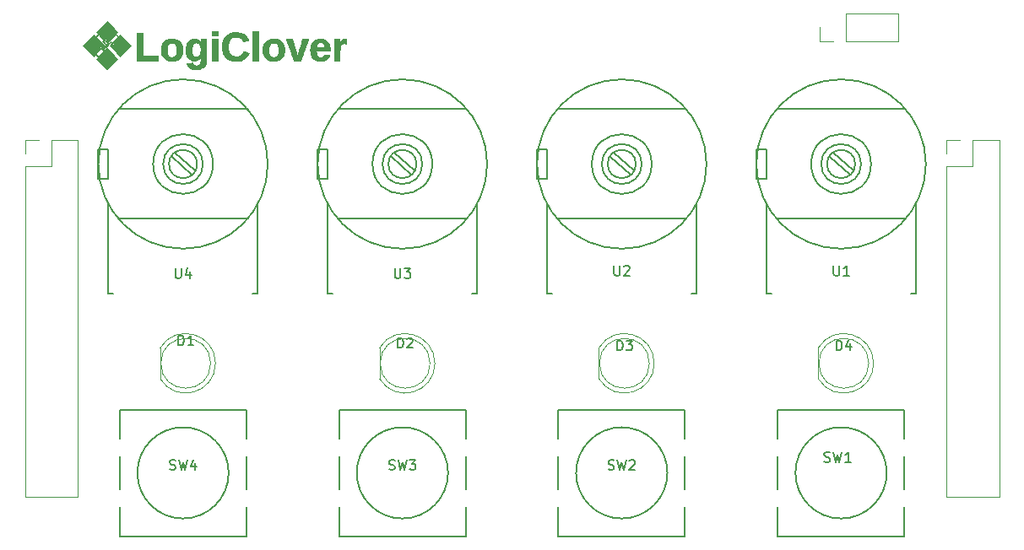
<source format=gto>
G04 #@! TF.FileFunction,Legend,Top*
%FSLAX46Y46*%
G04 Gerber Fmt 4.6, Leading zero omitted, Abs format (unit mm)*
G04 Created by KiCad (PCBNEW 4.0.2-stable) date 2017/01/23 23:07:35*
%MOMM*%
G01*
G04 APERTURE LIST*
%ADD10C,0.100000*%
%ADD11C,0.120000*%
%ADD12C,0.150000*%
%ADD13C,0.010000*%
%ADD14R,1.800000X1.800000*%
%ADD15C,1.800000*%
%ADD16C,4.500000*%
%ADD17R,1.700000X1.700000*%
%ADD18O,1.700000X1.700000*%
%ADD19O,3.048000X1.727200*%
%ADD20O,3.600000X1.400000*%
G04 APERTURE END LIST*
D10*
D11*
X107260000Y-84000462D02*
G75*
G03X101710000Y-82455170I-2990000J462D01*
G01*
X107260000Y-83999538D02*
G75*
G02X101710000Y-85544830I-2990000J-462D01*
G01*
X106770000Y-84000000D02*
G75*
G03X106770000Y-84000000I-2500000J0D01*
G01*
X101710000Y-82455000D02*
X101710000Y-85545000D01*
X129260000Y-84000462D02*
G75*
G03X123710000Y-82455170I-2990000J462D01*
G01*
X129260000Y-83999538D02*
G75*
G02X123710000Y-85544830I-2990000J-462D01*
G01*
X128770000Y-84000000D02*
G75*
G03X128770000Y-84000000I-2500000J0D01*
G01*
X123710000Y-82455000D02*
X123710000Y-85545000D01*
X151260000Y-84000462D02*
G75*
G03X145710000Y-82455170I-2990000J462D01*
G01*
X151260000Y-83999538D02*
G75*
G02X145710000Y-85544830I-2990000J-462D01*
G01*
X150770000Y-84000000D02*
G75*
G03X150770000Y-84000000I-2500000J0D01*
G01*
X145710000Y-82455000D02*
X145710000Y-85545000D01*
X173260000Y-84000462D02*
G75*
G03X167710000Y-82455170I-2990000J462D01*
G01*
X173260000Y-83999538D02*
G75*
G02X167710000Y-85544830I-2990000J-462D01*
G01*
X172770000Y-84000000D02*
G75*
G03X172770000Y-84000000I-2500000J0D01*
G01*
X167710000Y-82455000D02*
X167710000Y-85545000D01*
X170490000Y-51660000D02*
X175690000Y-51660000D01*
X175690000Y-51660000D02*
X175690000Y-48880000D01*
X175690000Y-48880000D02*
X170490000Y-48880000D01*
X170490000Y-48880000D02*
X170490000Y-51660000D01*
X169220000Y-51660000D02*
X167830000Y-51660000D01*
X167830000Y-51660000D02*
X167830000Y-50270000D01*
D12*
X174579050Y-95000000D02*
G75*
G03X174579050Y-95000000I-4579050J0D01*
G01*
X163650000Y-88650000D02*
X176350000Y-88650000D01*
X176350000Y-88650000D02*
X176350000Y-101350000D01*
X176350000Y-101350000D02*
X163650000Y-101350000D01*
X163650000Y-101350000D02*
X163650000Y-88650000D01*
X152579050Y-95000000D02*
G75*
G03X152579050Y-95000000I-4579050J0D01*
G01*
X141650000Y-88650000D02*
X154350000Y-88650000D01*
X154350000Y-88650000D02*
X154350000Y-101350000D01*
X154350000Y-101350000D02*
X141650000Y-101350000D01*
X141650000Y-101350000D02*
X141650000Y-88650000D01*
X130579050Y-95000000D02*
G75*
G03X130579050Y-95000000I-4579050J0D01*
G01*
X119650000Y-88650000D02*
X132350000Y-88650000D01*
X132350000Y-88650000D02*
X132350000Y-101350000D01*
X132350000Y-101350000D02*
X119650000Y-101350000D01*
X119650000Y-101350000D02*
X119650000Y-88650000D01*
X108579050Y-95000000D02*
G75*
G03X108579050Y-95000000I-4579050J0D01*
G01*
X97650000Y-88650000D02*
X110350000Y-88650000D01*
X110350000Y-88650000D02*
X110350000Y-101350000D01*
X110350000Y-101350000D02*
X97650000Y-101350000D01*
X97650000Y-101350000D02*
X97650000Y-88650000D01*
X177500000Y-77000000D02*
X177000000Y-77000000D01*
X177500000Y-68000000D02*
X177500000Y-77000000D01*
X162500000Y-77000000D02*
X163000000Y-77000000D01*
X162500000Y-68000000D02*
X162500000Y-77000000D01*
X163500000Y-69500000D02*
X176500000Y-69500000D01*
X163500000Y-58500000D02*
X176500000Y-58500000D01*
X162500000Y-62500000D02*
X162500000Y-65500000D01*
X161500000Y-62500000D02*
X162500000Y-62500000D01*
X161500000Y-65500000D02*
X161500000Y-62500000D01*
X162500000Y-65500000D02*
X161500000Y-65500000D01*
X169200000Y-62900000D02*
X171200000Y-64600000D01*
X168900000Y-63300000D02*
X170900000Y-65100000D01*
X171414214Y-64000000D02*
G75*
G03X171414214Y-64000000I-1414214J0D01*
G01*
X172000000Y-64000000D02*
G75*
G03X172000000Y-64000000I-2000000J0D01*
G01*
X178500000Y-64000000D02*
G75*
G03X178500000Y-64000000I-8500000J0D01*
G01*
X173000000Y-64000000D02*
G75*
G03X173000000Y-64000000I-3000000J0D01*
G01*
X155500000Y-77000000D02*
X155000000Y-77000000D01*
X155500000Y-68000000D02*
X155500000Y-77000000D01*
X140500000Y-77000000D02*
X141000000Y-77000000D01*
X140500000Y-68000000D02*
X140500000Y-77000000D01*
X141500000Y-69500000D02*
X154500000Y-69500000D01*
X141500000Y-58500000D02*
X154500000Y-58500000D01*
X140500000Y-62500000D02*
X140500000Y-65500000D01*
X139500000Y-62500000D02*
X140500000Y-62500000D01*
X139500000Y-65500000D02*
X139500000Y-62500000D01*
X140500000Y-65500000D02*
X139500000Y-65500000D01*
X147200000Y-62900000D02*
X149200000Y-64600000D01*
X146900000Y-63300000D02*
X148900000Y-65100000D01*
X149414214Y-64000000D02*
G75*
G03X149414214Y-64000000I-1414214J0D01*
G01*
X150000000Y-64000000D02*
G75*
G03X150000000Y-64000000I-2000000J0D01*
G01*
X156500000Y-64000000D02*
G75*
G03X156500000Y-64000000I-8500000J0D01*
G01*
X151000000Y-64000000D02*
G75*
G03X151000000Y-64000000I-3000000J0D01*
G01*
X133500000Y-77000000D02*
X133000000Y-77000000D01*
X133500000Y-68000000D02*
X133500000Y-77000000D01*
X118500000Y-77000000D02*
X119000000Y-77000000D01*
X118500000Y-68000000D02*
X118500000Y-77000000D01*
X119500000Y-69500000D02*
X132500000Y-69500000D01*
X119500000Y-58500000D02*
X132500000Y-58500000D01*
X118500000Y-62500000D02*
X118500000Y-65500000D01*
X117500000Y-62500000D02*
X118500000Y-62500000D01*
X117500000Y-65500000D02*
X117500000Y-62500000D01*
X118500000Y-65500000D02*
X117500000Y-65500000D01*
X125200000Y-62900000D02*
X127200000Y-64600000D01*
X124900000Y-63300000D02*
X126900000Y-65100000D01*
X127414214Y-64000000D02*
G75*
G03X127414214Y-64000000I-1414214J0D01*
G01*
X128000000Y-64000000D02*
G75*
G03X128000000Y-64000000I-2000000J0D01*
G01*
X134500000Y-64000000D02*
G75*
G03X134500000Y-64000000I-8500000J0D01*
G01*
X129000000Y-64000000D02*
G75*
G03X129000000Y-64000000I-3000000J0D01*
G01*
X111500000Y-77000000D02*
X111000000Y-77000000D01*
X111500000Y-68000000D02*
X111500000Y-77000000D01*
X96500000Y-77000000D02*
X97000000Y-77000000D01*
X96500000Y-68000000D02*
X96500000Y-77000000D01*
X97500000Y-69500000D02*
X110500000Y-69500000D01*
X97500000Y-58500000D02*
X110500000Y-58500000D01*
X96500000Y-62500000D02*
X96500000Y-65500000D01*
X95500000Y-62500000D02*
X96500000Y-62500000D01*
X95500000Y-65500000D02*
X95500000Y-62500000D01*
X96500000Y-65500000D02*
X95500000Y-65500000D01*
X103200000Y-62900000D02*
X105200000Y-64600000D01*
X102900000Y-63300000D02*
X104900000Y-65100000D01*
X105414214Y-64000000D02*
G75*
G03X105414214Y-64000000I-1414214J0D01*
G01*
X106000000Y-64000000D02*
G75*
G03X106000000Y-64000000I-2000000J0D01*
G01*
X112500000Y-64000000D02*
G75*
G03X112500000Y-64000000I-8500000J0D01*
G01*
X107000000Y-64000000D02*
G75*
G03X107000000Y-64000000I-3000000J0D01*
G01*
D11*
X180530000Y-64240000D02*
X180530000Y-97380000D01*
X180530000Y-97380000D02*
X185850000Y-97380000D01*
X185850000Y-97380000D02*
X185850000Y-61580000D01*
X185850000Y-61580000D02*
X183190000Y-61580000D01*
X183190000Y-61580000D02*
X183190000Y-64240000D01*
X183190000Y-64240000D02*
X180530000Y-64240000D01*
X180530000Y-62970000D02*
X180530000Y-61580000D01*
X180530000Y-61580000D02*
X181920000Y-61580000D01*
X88150000Y-64240000D02*
X88150000Y-97380000D01*
X88150000Y-97380000D02*
X93470000Y-97380000D01*
X93470000Y-97380000D02*
X93470000Y-61580000D01*
X93470000Y-61580000D02*
X90810000Y-61580000D01*
X90810000Y-61580000D02*
X90810000Y-64240000D01*
X90810000Y-64240000D02*
X88150000Y-64240000D01*
X88150000Y-62970000D02*
X88150000Y-61580000D01*
X88150000Y-61580000D02*
X89540000Y-61580000D01*
D13*
G36*
X97443061Y-50766116D02*
X97357127Y-50852408D01*
X97271194Y-50938701D01*
X97397897Y-51065647D01*
X97524601Y-51192594D01*
X97606489Y-51111046D01*
X97688377Y-51029499D01*
X98225760Y-51566938D01*
X98307633Y-51648935D01*
X98385709Y-51727352D01*
X98459046Y-51801231D01*
X98526703Y-51869614D01*
X98587740Y-51931542D01*
X98641215Y-51986056D01*
X98686187Y-52032199D01*
X98721715Y-52069012D01*
X98746859Y-52095536D01*
X98760676Y-52110814D01*
X98763143Y-52114224D01*
X98756858Y-52121983D01*
X98738633Y-52141556D01*
X98709413Y-52171984D01*
X98670145Y-52212308D01*
X98621774Y-52261571D01*
X98565246Y-52318813D01*
X98501505Y-52383075D01*
X98431499Y-52453401D01*
X98356172Y-52528830D01*
X98276469Y-52608405D01*
X98227070Y-52657613D01*
X97690996Y-53191156D01*
X97149908Y-52650067D01*
X96608819Y-52108979D01*
X96699453Y-52018143D01*
X96781279Y-52018143D01*
X97039571Y-52018143D01*
X97039571Y-51891143D01*
X97039411Y-51845499D01*
X97038970Y-51807132D01*
X97038310Y-51779289D01*
X97037492Y-51765215D01*
X97037182Y-51764143D01*
X97030352Y-51770254D01*
X97012704Y-51787294D01*
X96986210Y-51813325D01*
X96952840Y-51846407D01*
X96914568Y-51884601D01*
X96908036Y-51891143D01*
X96781279Y-52018143D01*
X96699453Y-52018143D01*
X96726563Y-51990973D01*
X96844306Y-51872968D01*
X96792262Y-51820924D01*
X96740219Y-51768880D01*
X96591445Y-51917449D01*
X96543668Y-51965351D01*
X96507318Y-52002446D01*
X96480852Y-52030613D01*
X96462727Y-52051731D01*
X96451397Y-52067676D01*
X96445321Y-52080328D01*
X96442954Y-52091566D01*
X96442671Y-52098469D01*
X96434388Y-52131160D01*
X96412673Y-52158814D01*
X96382233Y-52176889D01*
X96356693Y-52181429D01*
X96345543Y-52182731D01*
X96333180Y-52187694D01*
X96317690Y-52197896D01*
X96297159Y-52214919D01*
X96269673Y-52240343D01*
X96233317Y-52275749D01*
X96189015Y-52319874D01*
X96143031Y-52366169D01*
X96108450Y-52401759D01*
X96083677Y-52428603D01*
X96067120Y-52448656D01*
X96057186Y-52463875D01*
X96052280Y-52476215D01*
X96050809Y-52487634D01*
X96050786Y-52489581D01*
X96054837Y-52514369D01*
X96069158Y-52538302D01*
X96084527Y-52555397D01*
X96118269Y-52589951D01*
X96238800Y-52469669D01*
X96359331Y-52349386D01*
X97443212Y-53433267D01*
X96903509Y-53973026D01*
X96821452Y-54055034D01*
X96743083Y-54133238D01*
X96669350Y-54206703D01*
X96601197Y-54274492D01*
X96539570Y-54335669D01*
X96485413Y-54389297D01*
X96439672Y-54434440D01*
X96403293Y-54470161D01*
X96377219Y-54495524D01*
X96362398Y-54509593D01*
X96359243Y-54512237D01*
X96352278Y-54505894D01*
X96333430Y-54487663D01*
X96303646Y-54458479D01*
X96263872Y-54419283D01*
X96215055Y-54371012D01*
X96158143Y-54314605D01*
X96094082Y-54250998D01*
X96023820Y-54181132D01*
X95948302Y-54105943D01*
X95868476Y-54026371D01*
X95814928Y-53972943D01*
X95275178Y-53434197D01*
X95359065Y-53349685D01*
X95442951Y-53265173D01*
X95316004Y-53138469D01*
X95189058Y-53011765D01*
X95105019Y-53095455D01*
X95020980Y-53179144D01*
X94794257Y-52952397D01*
X95248104Y-52952397D01*
X95374946Y-53079482D01*
X95501789Y-53206568D01*
X95780661Y-52927804D01*
X96059533Y-52649041D01*
X96026104Y-52614806D01*
X95995508Y-52589434D01*
X95969039Y-52580594D01*
X95967729Y-52580572D01*
X95926728Y-52572591D01*
X95894841Y-52550502D01*
X95874873Y-52517085D01*
X95869357Y-52483016D01*
X95861653Y-52456033D01*
X95837714Y-52426462D01*
X95837368Y-52426126D01*
X95805380Y-52395121D01*
X95248104Y-52952397D01*
X94794257Y-52952397D01*
X94032441Y-52190500D01*
X95660714Y-52190500D01*
X95660714Y-52322036D01*
X95660869Y-52368542D01*
X95661295Y-52407828D01*
X95661934Y-52436703D01*
X95662729Y-52451978D01*
X95663099Y-52453572D01*
X95669922Y-52447456D01*
X95687599Y-52430379D01*
X95714197Y-52404244D01*
X95747778Y-52370958D01*
X95786408Y-52332425D01*
X95796786Y-52322036D01*
X95928087Y-52190500D01*
X95660714Y-52190500D01*
X94032441Y-52190500D01*
X93941736Y-52099786D01*
X94481369Y-51560095D01*
X94776215Y-51265217D01*
X95266184Y-51265217D01*
X95683347Y-51682454D01*
X96100511Y-52099692D01*
X95982978Y-52217486D01*
X95865446Y-52335279D01*
X95896395Y-52367211D01*
X95921167Y-52388723D01*
X95944324Y-52397971D01*
X95959477Y-52399143D01*
X95971096Y-52398192D01*
X95983042Y-52394274D01*
X95997287Y-52385790D01*
X96015802Y-52371144D01*
X96040559Y-52348736D01*
X96073530Y-52316970D01*
X96116687Y-52274248D01*
X96130054Y-52260913D01*
X96176841Y-52213862D01*
X96212046Y-52177496D01*
X96237211Y-52149973D01*
X96253877Y-52129451D01*
X96263587Y-52114087D01*
X96267881Y-52102038D01*
X96268500Y-52095443D01*
X96266949Y-52085717D01*
X96261392Y-52073756D01*
X96250474Y-52058000D01*
X96232842Y-52036885D01*
X96207139Y-52008850D01*
X96172012Y-51972333D01*
X96126105Y-51925770D01*
X96089476Y-51889010D01*
X95910453Y-51709819D01*
X95915478Y-51704770D01*
X96023358Y-51704770D01*
X96173829Y-51855437D01*
X96222024Y-51903512D01*
X96259376Y-51940144D01*
X96287733Y-51966854D01*
X96308944Y-51985164D01*
X96324858Y-51996596D01*
X96337323Y-52002670D01*
X96348187Y-52004909D01*
X96355580Y-52005017D01*
X96366021Y-52003604D01*
X96377524Y-51999152D01*
X96391741Y-51990248D01*
X96410326Y-51975483D01*
X96434930Y-51953444D01*
X96467206Y-51922722D01*
X96508806Y-51881903D01*
X96561383Y-51829579D01*
X96563486Y-51827479D01*
X96740112Y-51651027D01*
X96821892Y-51732427D01*
X96903671Y-51813828D01*
X97187039Y-51530461D01*
X97470406Y-51247093D01*
X97342908Y-51119594D01*
X97215409Y-50992096D01*
X96357947Y-51839724D01*
X96240742Y-51722779D01*
X96123537Y-51605835D01*
X96073447Y-51655302D01*
X96023358Y-51704770D01*
X95915478Y-51704770D01*
X95989629Y-51630274D01*
X96068806Y-51550729D01*
X95928376Y-51410357D01*
X96010199Y-51410357D01*
X96141500Y-51541893D01*
X96181103Y-51581455D01*
X96216149Y-51616254D01*
X96244703Y-51644384D01*
X96264828Y-51663941D01*
X96274589Y-51673019D01*
X96275186Y-51673429D01*
X96276029Y-51664889D01*
X96276742Y-51641396D01*
X96277265Y-51606139D01*
X96277542Y-51562307D01*
X96277571Y-51541893D01*
X96277571Y-51410357D01*
X96010199Y-51410357D01*
X95928376Y-51410357D01*
X95524626Y-51006775D01*
X95266184Y-51265217D01*
X94776215Y-51265217D01*
X95021002Y-51020405D01*
X95211944Y-51210755D01*
X95341049Y-51081419D01*
X95470154Y-50952084D01*
X95374946Y-50856876D01*
X95279738Y-50761669D01*
X95819486Y-50221978D01*
X96359233Y-49682288D01*
X97443061Y-50766116D01*
X97443061Y-50766116D01*
G37*
X97443061Y-50766116D02*
X97357127Y-50852408D01*
X97271194Y-50938701D01*
X97397897Y-51065647D01*
X97524601Y-51192594D01*
X97606489Y-51111046D01*
X97688377Y-51029499D01*
X98225760Y-51566938D01*
X98307633Y-51648935D01*
X98385709Y-51727352D01*
X98459046Y-51801231D01*
X98526703Y-51869614D01*
X98587740Y-51931542D01*
X98641215Y-51986056D01*
X98686187Y-52032199D01*
X98721715Y-52069012D01*
X98746859Y-52095536D01*
X98760676Y-52110814D01*
X98763143Y-52114224D01*
X98756858Y-52121983D01*
X98738633Y-52141556D01*
X98709413Y-52171984D01*
X98670145Y-52212308D01*
X98621774Y-52261571D01*
X98565246Y-52318813D01*
X98501505Y-52383075D01*
X98431499Y-52453401D01*
X98356172Y-52528830D01*
X98276469Y-52608405D01*
X98227070Y-52657613D01*
X97690996Y-53191156D01*
X97149908Y-52650067D01*
X96608819Y-52108979D01*
X96699453Y-52018143D01*
X96781279Y-52018143D01*
X97039571Y-52018143D01*
X97039571Y-51891143D01*
X97039411Y-51845499D01*
X97038970Y-51807132D01*
X97038310Y-51779289D01*
X97037492Y-51765215D01*
X97037182Y-51764143D01*
X97030352Y-51770254D01*
X97012704Y-51787294D01*
X96986210Y-51813325D01*
X96952840Y-51846407D01*
X96914568Y-51884601D01*
X96908036Y-51891143D01*
X96781279Y-52018143D01*
X96699453Y-52018143D01*
X96726563Y-51990973D01*
X96844306Y-51872968D01*
X96792262Y-51820924D01*
X96740219Y-51768880D01*
X96591445Y-51917449D01*
X96543668Y-51965351D01*
X96507318Y-52002446D01*
X96480852Y-52030613D01*
X96462727Y-52051731D01*
X96451397Y-52067676D01*
X96445321Y-52080328D01*
X96442954Y-52091566D01*
X96442671Y-52098469D01*
X96434388Y-52131160D01*
X96412673Y-52158814D01*
X96382233Y-52176889D01*
X96356693Y-52181429D01*
X96345543Y-52182731D01*
X96333180Y-52187694D01*
X96317690Y-52197896D01*
X96297159Y-52214919D01*
X96269673Y-52240343D01*
X96233317Y-52275749D01*
X96189015Y-52319874D01*
X96143031Y-52366169D01*
X96108450Y-52401759D01*
X96083677Y-52428603D01*
X96067120Y-52448656D01*
X96057186Y-52463875D01*
X96052280Y-52476215D01*
X96050809Y-52487634D01*
X96050786Y-52489581D01*
X96054837Y-52514369D01*
X96069158Y-52538302D01*
X96084527Y-52555397D01*
X96118269Y-52589951D01*
X96238800Y-52469669D01*
X96359331Y-52349386D01*
X97443212Y-53433267D01*
X96903509Y-53973026D01*
X96821452Y-54055034D01*
X96743083Y-54133238D01*
X96669350Y-54206703D01*
X96601197Y-54274492D01*
X96539570Y-54335669D01*
X96485413Y-54389297D01*
X96439672Y-54434440D01*
X96403293Y-54470161D01*
X96377219Y-54495524D01*
X96362398Y-54509593D01*
X96359243Y-54512237D01*
X96352278Y-54505894D01*
X96333430Y-54487663D01*
X96303646Y-54458479D01*
X96263872Y-54419283D01*
X96215055Y-54371012D01*
X96158143Y-54314605D01*
X96094082Y-54250998D01*
X96023820Y-54181132D01*
X95948302Y-54105943D01*
X95868476Y-54026371D01*
X95814928Y-53972943D01*
X95275178Y-53434197D01*
X95359065Y-53349685D01*
X95442951Y-53265173D01*
X95316004Y-53138469D01*
X95189058Y-53011765D01*
X95105019Y-53095455D01*
X95020980Y-53179144D01*
X94794257Y-52952397D01*
X95248104Y-52952397D01*
X95374946Y-53079482D01*
X95501789Y-53206568D01*
X95780661Y-52927804D01*
X96059533Y-52649041D01*
X96026104Y-52614806D01*
X95995508Y-52589434D01*
X95969039Y-52580594D01*
X95967729Y-52580572D01*
X95926728Y-52572591D01*
X95894841Y-52550502D01*
X95874873Y-52517085D01*
X95869357Y-52483016D01*
X95861653Y-52456033D01*
X95837714Y-52426462D01*
X95837368Y-52426126D01*
X95805380Y-52395121D01*
X95248104Y-52952397D01*
X94794257Y-52952397D01*
X94032441Y-52190500D01*
X95660714Y-52190500D01*
X95660714Y-52322036D01*
X95660869Y-52368542D01*
X95661295Y-52407828D01*
X95661934Y-52436703D01*
X95662729Y-52451978D01*
X95663099Y-52453572D01*
X95669922Y-52447456D01*
X95687599Y-52430379D01*
X95714197Y-52404244D01*
X95747778Y-52370958D01*
X95786408Y-52332425D01*
X95796786Y-52322036D01*
X95928087Y-52190500D01*
X95660714Y-52190500D01*
X94032441Y-52190500D01*
X93941736Y-52099786D01*
X94481369Y-51560095D01*
X94776215Y-51265217D01*
X95266184Y-51265217D01*
X95683347Y-51682454D01*
X96100511Y-52099692D01*
X95982978Y-52217486D01*
X95865446Y-52335279D01*
X95896395Y-52367211D01*
X95921167Y-52388723D01*
X95944324Y-52397971D01*
X95959477Y-52399143D01*
X95971096Y-52398192D01*
X95983042Y-52394274D01*
X95997287Y-52385790D01*
X96015802Y-52371144D01*
X96040559Y-52348736D01*
X96073530Y-52316970D01*
X96116687Y-52274248D01*
X96130054Y-52260913D01*
X96176841Y-52213862D01*
X96212046Y-52177496D01*
X96237211Y-52149973D01*
X96253877Y-52129451D01*
X96263587Y-52114087D01*
X96267881Y-52102038D01*
X96268500Y-52095443D01*
X96266949Y-52085717D01*
X96261392Y-52073756D01*
X96250474Y-52058000D01*
X96232842Y-52036885D01*
X96207139Y-52008850D01*
X96172012Y-51972333D01*
X96126105Y-51925770D01*
X96089476Y-51889010D01*
X95910453Y-51709819D01*
X95915478Y-51704770D01*
X96023358Y-51704770D01*
X96173829Y-51855437D01*
X96222024Y-51903512D01*
X96259376Y-51940144D01*
X96287733Y-51966854D01*
X96308944Y-51985164D01*
X96324858Y-51996596D01*
X96337323Y-52002670D01*
X96348187Y-52004909D01*
X96355580Y-52005017D01*
X96366021Y-52003604D01*
X96377524Y-51999152D01*
X96391741Y-51990248D01*
X96410326Y-51975483D01*
X96434930Y-51953444D01*
X96467206Y-51922722D01*
X96508806Y-51881903D01*
X96561383Y-51829579D01*
X96563486Y-51827479D01*
X96740112Y-51651027D01*
X96821892Y-51732427D01*
X96903671Y-51813828D01*
X97187039Y-51530461D01*
X97470406Y-51247093D01*
X97342908Y-51119594D01*
X97215409Y-50992096D01*
X96357947Y-51839724D01*
X96240742Y-51722779D01*
X96123537Y-51605835D01*
X96073447Y-51655302D01*
X96023358Y-51704770D01*
X95915478Y-51704770D01*
X95989629Y-51630274D01*
X96068806Y-51550729D01*
X95928376Y-51410357D01*
X96010199Y-51410357D01*
X96141500Y-51541893D01*
X96181103Y-51581455D01*
X96216149Y-51616254D01*
X96244703Y-51644384D01*
X96264828Y-51663941D01*
X96274589Y-51673019D01*
X96275186Y-51673429D01*
X96276029Y-51664889D01*
X96276742Y-51641396D01*
X96277265Y-51606139D01*
X96277542Y-51562307D01*
X96277571Y-51541893D01*
X96277571Y-51410357D01*
X96010199Y-51410357D01*
X95928376Y-51410357D01*
X95524626Y-51006775D01*
X95266184Y-51265217D01*
X94776215Y-51265217D01*
X95021002Y-51020405D01*
X95211944Y-51210755D01*
X95341049Y-51081419D01*
X95470154Y-50952084D01*
X95374946Y-50856876D01*
X95279738Y-50761669D01*
X95819486Y-50221978D01*
X96359233Y-49682288D01*
X97443061Y-50766116D01*
G36*
X105201456Y-51427102D02*
X105273940Y-51434948D01*
X105326321Y-51445615D01*
X105434508Y-51482865D01*
X105530520Y-51533216D01*
X105614006Y-51596397D01*
X105684616Y-51672140D01*
X105741998Y-51760173D01*
X105746426Y-51768545D01*
X105770067Y-51814036D01*
X105781358Y-51668893D01*
X105785580Y-51617061D01*
X105789803Y-51569490D01*
X105793656Y-51530079D01*
X105796767Y-51502730D01*
X105798021Y-51494268D01*
X105803393Y-51464786D01*
X106068322Y-51464783D01*
X106333250Y-51464781D01*
X106330969Y-52074837D01*
X106330209Y-52276945D01*
X106329496Y-52461740D01*
X106328816Y-52630054D01*
X106328157Y-52782716D01*
X106327503Y-52920559D01*
X106326843Y-53044411D01*
X106326161Y-53155104D01*
X106325444Y-53253468D01*
X106324679Y-53340333D01*
X106323851Y-53416531D01*
X106322947Y-53482892D01*
X106321953Y-53540246D01*
X106320856Y-53589424D01*
X106319642Y-53631257D01*
X106318296Y-53666574D01*
X106316806Y-53696208D01*
X106315158Y-53720987D01*
X106313337Y-53741743D01*
X106311330Y-53759307D01*
X106309124Y-53774508D01*
X106306705Y-53788178D01*
X106304058Y-53801146D01*
X106302312Y-53809132D01*
X106271202Y-53922962D01*
X106230947Y-54023067D01*
X106180183Y-54112110D01*
X106117548Y-54192756D01*
X106092165Y-54219904D01*
X106010972Y-54291866D01*
X105919204Y-54352083D01*
X105815555Y-54401193D01*
X105698716Y-54439833D01*
X105591335Y-54464307D01*
X105544567Y-54470878D01*
X105484116Y-54476028D01*
X105414315Y-54479696D01*
X105339494Y-54481820D01*
X105263984Y-54482340D01*
X105192119Y-54481195D01*
X105128228Y-54478324D01*
X105076644Y-54473665D01*
X105063250Y-54471755D01*
X104932232Y-54444008D01*
X104813015Y-54405097D01*
X104706330Y-54355468D01*
X104612906Y-54295570D01*
X104533473Y-54225848D01*
X104468759Y-54146751D01*
X104431997Y-54084850D01*
X104420944Y-54060459D01*
X104408370Y-54028576D01*
X104395734Y-53993528D01*
X104384495Y-53959644D01*
X104376114Y-53931252D01*
X104372050Y-53912681D01*
X104372356Y-53907978D01*
X104382193Y-53905787D01*
X104407355Y-53901966D01*
X104445132Y-53896834D01*
X104492810Y-53890710D01*
X104547678Y-53883911D01*
X104607023Y-53876757D01*
X104668133Y-53869566D01*
X104728296Y-53862656D01*
X104784800Y-53856345D01*
X104834932Y-53850953D01*
X104875982Y-53846798D01*
X104905236Y-53844198D01*
X104919982Y-53843471D01*
X104920887Y-53843564D01*
X104930335Y-53852715D01*
X104942895Y-53873987D01*
X104953629Y-53897547D01*
X104990792Y-53966915D01*
X105040867Y-54023547D01*
X105103891Y-54067474D01*
X105161680Y-54092806D01*
X105206049Y-54103235D01*
X105262359Y-54109081D01*
X105325018Y-54110427D01*
X105388434Y-54107358D01*
X105447016Y-54099958D01*
X105495173Y-54088312D01*
X105496851Y-54087743D01*
X105563383Y-54055503D01*
X105622435Y-54008135D01*
X105671509Y-53947955D01*
X105697601Y-53901540D01*
X105715079Y-53862563D01*
X105729073Y-53825405D01*
X105739999Y-53787301D01*
X105748275Y-53745488D01*
X105754320Y-53697202D01*
X105758550Y-53639679D01*
X105761383Y-53570156D01*
X105763236Y-53485869D01*
X105763555Y-53465036D01*
X105766951Y-53229179D01*
X105737166Y-53283607D01*
X105717612Y-53313653D01*
X105688768Y-53350898D01*
X105654720Y-53390281D01*
X105630244Y-53416138D01*
X105590249Y-53455082D01*
X105556195Y-53483960D01*
X105522654Y-53506844D01*
X105484199Y-53527805D01*
X105476000Y-53531852D01*
X105419755Y-53557793D01*
X105368729Y-53577398D01*
X105318736Y-53591499D01*
X105265592Y-53600930D01*
X105205110Y-53606526D01*
X105133106Y-53609120D01*
X105085928Y-53609574D01*
X105020689Y-53609424D01*
X104970149Y-53608344D01*
X104930879Y-53606093D01*
X104899449Y-53602431D01*
X104872430Y-53597116D01*
X104859143Y-53593664D01*
X104757079Y-53556036D01*
X104663584Y-53502827D01*
X104579187Y-53434721D01*
X104504417Y-53352401D01*
X104439803Y-53256552D01*
X104385873Y-53147857D01*
X104343156Y-53026998D01*
X104312183Y-52894661D01*
X104310378Y-52884464D01*
X104291198Y-52738519D01*
X104282322Y-52585460D01*
X104282857Y-52525906D01*
X104869380Y-52525906D01*
X104871155Y-52594179D01*
X104881559Y-52724952D01*
X104900793Y-52840051D01*
X104928985Y-52939724D01*
X104966266Y-53024215D01*
X105012765Y-53093774D01*
X105068611Y-53148645D01*
X105133933Y-53189076D01*
X105194786Y-53211662D01*
X105243954Y-53220396D01*
X105302651Y-53223336D01*
X105363228Y-53220525D01*
X105418037Y-53212005D01*
X105424798Y-53210363D01*
X105483734Y-53190776D01*
X105533875Y-53163019D01*
X105581456Y-53123327D01*
X105599937Y-53104569D01*
X105651393Y-53039210D01*
X105693051Y-52961930D01*
X105725136Y-52871934D01*
X105747871Y-52768421D01*
X105761482Y-52650596D01*
X105766191Y-52517659D01*
X105766198Y-52512536D01*
X105761433Y-52378648D01*
X105746965Y-52259529D01*
X105722592Y-52154490D01*
X105688109Y-52062844D01*
X105643313Y-51983902D01*
X105591107Y-51920138D01*
X105533547Y-51873323D01*
X105466861Y-51839689D01*
X105394053Y-51819195D01*
X105318125Y-51811799D01*
X105242081Y-51817459D01*
X105168923Y-51836133D01*
X105101655Y-51867781D01*
X105043279Y-51912360D01*
X105028216Y-51927952D01*
X104979983Y-51994051D01*
X104940070Y-52075199D01*
X104908767Y-52170177D01*
X104886359Y-52277766D01*
X104873134Y-52396749D01*
X104869380Y-52525906D01*
X104282857Y-52525906D01*
X104283712Y-52430944D01*
X104295336Y-52280627D01*
X104314903Y-52151597D01*
X104348383Y-52014249D01*
X104393082Y-51890666D01*
X104448853Y-51781022D01*
X104515550Y-51685496D01*
X104593027Y-51604264D01*
X104681137Y-51537502D01*
X104779734Y-51485387D01*
X104888673Y-51448095D01*
X104899964Y-51445229D01*
X104965662Y-51433260D01*
X105041613Y-51426253D01*
X105122112Y-51424202D01*
X105201456Y-51427102D01*
X105201456Y-51427102D01*
G37*
X105201456Y-51427102D02*
X105273940Y-51434948D01*
X105326321Y-51445615D01*
X105434508Y-51482865D01*
X105530520Y-51533216D01*
X105614006Y-51596397D01*
X105684616Y-51672140D01*
X105741998Y-51760173D01*
X105746426Y-51768545D01*
X105770067Y-51814036D01*
X105781358Y-51668893D01*
X105785580Y-51617061D01*
X105789803Y-51569490D01*
X105793656Y-51530079D01*
X105796767Y-51502730D01*
X105798021Y-51494268D01*
X105803393Y-51464786D01*
X106068322Y-51464783D01*
X106333250Y-51464781D01*
X106330969Y-52074837D01*
X106330209Y-52276945D01*
X106329496Y-52461740D01*
X106328816Y-52630054D01*
X106328157Y-52782716D01*
X106327503Y-52920559D01*
X106326843Y-53044411D01*
X106326161Y-53155104D01*
X106325444Y-53253468D01*
X106324679Y-53340333D01*
X106323851Y-53416531D01*
X106322947Y-53482892D01*
X106321953Y-53540246D01*
X106320856Y-53589424D01*
X106319642Y-53631257D01*
X106318296Y-53666574D01*
X106316806Y-53696208D01*
X106315158Y-53720987D01*
X106313337Y-53741743D01*
X106311330Y-53759307D01*
X106309124Y-53774508D01*
X106306705Y-53788178D01*
X106304058Y-53801146D01*
X106302312Y-53809132D01*
X106271202Y-53922962D01*
X106230947Y-54023067D01*
X106180183Y-54112110D01*
X106117548Y-54192756D01*
X106092165Y-54219904D01*
X106010972Y-54291866D01*
X105919204Y-54352083D01*
X105815555Y-54401193D01*
X105698716Y-54439833D01*
X105591335Y-54464307D01*
X105544567Y-54470878D01*
X105484116Y-54476028D01*
X105414315Y-54479696D01*
X105339494Y-54481820D01*
X105263984Y-54482340D01*
X105192119Y-54481195D01*
X105128228Y-54478324D01*
X105076644Y-54473665D01*
X105063250Y-54471755D01*
X104932232Y-54444008D01*
X104813015Y-54405097D01*
X104706330Y-54355468D01*
X104612906Y-54295570D01*
X104533473Y-54225848D01*
X104468759Y-54146751D01*
X104431997Y-54084850D01*
X104420944Y-54060459D01*
X104408370Y-54028576D01*
X104395734Y-53993528D01*
X104384495Y-53959644D01*
X104376114Y-53931252D01*
X104372050Y-53912681D01*
X104372356Y-53907978D01*
X104382193Y-53905787D01*
X104407355Y-53901966D01*
X104445132Y-53896834D01*
X104492810Y-53890710D01*
X104547678Y-53883911D01*
X104607023Y-53876757D01*
X104668133Y-53869566D01*
X104728296Y-53862656D01*
X104784800Y-53856345D01*
X104834932Y-53850953D01*
X104875982Y-53846798D01*
X104905236Y-53844198D01*
X104919982Y-53843471D01*
X104920887Y-53843564D01*
X104930335Y-53852715D01*
X104942895Y-53873987D01*
X104953629Y-53897547D01*
X104990792Y-53966915D01*
X105040867Y-54023547D01*
X105103891Y-54067474D01*
X105161680Y-54092806D01*
X105206049Y-54103235D01*
X105262359Y-54109081D01*
X105325018Y-54110427D01*
X105388434Y-54107358D01*
X105447016Y-54099958D01*
X105495173Y-54088312D01*
X105496851Y-54087743D01*
X105563383Y-54055503D01*
X105622435Y-54008135D01*
X105671509Y-53947955D01*
X105697601Y-53901540D01*
X105715079Y-53862563D01*
X105729073Y-53825405D01*
X105739999Y-53787301D01*
X105748275Y-53745488D01*
X105754320Y-53697202D01*
X105758550Y-53639679D01*
X105761383Y-53570156D01*
X105763236Y-53485869D01*
X105763555Y-53465036D01*
X105766951Y-53229179D01*
X105737166Y-53283607D01*
X105717612Y-53313653D01*
X105688768Y-53350898D01*
X105654720Y-53390281D01*
X105630244Y-53416138D01*
X105590249Y-53455082D01*
X105556195Y-53483960D01*
X105522654Y-53506844D01*
X105484199Y-53527805D01*
X105476000Y-53531852D01*
X105419755Y-53557793D01*
X105368729Y-53577398D01*
X105318736Y-53591499D01*
X105265592Y-53600930D01*
X105205110Y-53606526D01*
X105133106Y-53609120D01*
X105085928Y-53609574D01*
X105020689Y-53609424D01*
X104970149Y-53608344D01*
X104930879Y-53606093D01*
X104899449Y-53602431D01*
X104872430Y-53597116D01*
X104859143Y-53593664D01*
X104757079Y-53556036D01*
X104663584Y-53502827D01*
X104579187Y-53434721D01*
X104504417Y-53352401D01*
X104439803Y-53256552D01*
X104385873Y-53147857D01*
X104343156Y-53026998D01*
X104312183Y-52894661D01*
X104310378Y-52884464D01*
X104291198Y-52738519D01*
X104282322Y-52585460D01*
X104282857Y-52525906D01*
X104869380Y-52525906D01*
X104871155Y-52594179D01*
X104881559Y-52724952D01*
X104900793Y-52840051D01*
X104928985Y-52939724D01*
X104966266Y-53024215D01*
X105012765Y-53093774D01*
X105068611Y-53148645D01*
X105133933Y-53189076D01*
X105194786Y-53211662D01*
X105243954Y-53220396D01*
X105302651Y-53223336D01*
X105363228Y-53220525D01*
X105418037Y-53212005D01*
X105424798Y-53210363D01*
X105483734Y-53190776D01*
X105533875Y-53163019D01*
X105581456Y-53123327D01*
X105599937Y-53104569D01*
X105651393Y-53039210D01*
X105693051Y-52961930D01*
X105725136Y-52871934D01*
X105747871Y-52768421D01*
X105761482Y-52650596D01*
X105766191Y-52517659D01*
X105766198Y-52512536D01*
X105761433Y-52378648D01*
X105746965Y-52259529D01*
X105722592Y-52154490D01*
X105688109Y-52062844D01*
X105643313Y-51983902D01*
X105591107Y-51920138D01*
X105533547Y-51873323D01*
X105466861Y-51839689D01*
X105394053Y-51819195D01*
X105318125Y-51811799D01*
X105242081Y-51817459D01*
X105168923Y-51836133D01*
X105101655Y-51867781D01*
X105043279Y-51912360D01*
X105028216Y-51927952D01*
X104979983Y-51994051D01*
X104940070Y-52075199D01*
X104908767Y-52170177D01*
X104886359Y-52277766D01*
X104873134Y-52396749D01*
X104869380Y-52525906D01*
X104282857Y-52525906D01*
X104283712Y-52430944D01*
X104295336Y-52280627D01*
X104314903Y-52151597D01*
X104348383Y-52014249D01*
X104393082Y-51890666D01*
X104448853Y-51781022D01*
X104515550Y-51685496D01*
X104593027Y-51604264D01*
X104681137Y-51537502D01*
X104779734Y-51485387D01*
X104888673Y-51448095D01*
X104899964Y-51445229D01*
X104965662Y-51433260D01*
X105041613Y-51426253D01*
X105122112Y-51424202D01*
X105201456Y-51427102D01*
G36*
X102986335Y-51429185D02*
X103097502Y-51439713D01*
X103195958Y-51456255D01*
X103286483Y-51480003D01*
X103373857Y-51512149D01*
X103439464Y-51542126D01*
X103546381Y-51604299D01*
X103641077Y-51679762D01*
X103723588Y-51768568D01*
X103793953Y-51870771D01*
X103852210Y-51986426D01*
X103898396Y-52115587D01*
X103929971Y-52244929D01*
X103936973Y-52291822D01*
X103942680Y-52352267D01*
X103946966Y-52421712D01*
X103949706Y-52495603D01*
X103950773Y-52569388D01*
X103950042Y-52638513D01*
X103947387Y-52698426D01*
X103943602Y-52738125D01*
X103916805Y-52882542D01*
X103876412Y-53016488D01*
X103822754Y-53139342D01*
X103756163Y-53250478D01*
X103676971Y-53349276D01*
X103585510Y-53435111D01*
X103562619Y-53453071D01*
X103470993Y-53513021D01*
X103366510Y-53564693D01*
X103253160Y-53606543D01*
X103134933Y-53637028D01*
X103051803Y-53650729D01*
X102999165Y-53655390D01*
X102934964Y-53658098D01*
X102864498Y-53658903D01*
X102793065Y-53657855D01*
X102725966Y-53655004D01*
X102668497Y-53650399D01*
X102641178Y-53646869D01*
X102516245Y-53620562D01*
X102399553Y-53581578D01*
X102332750Y-53552204D01*
X102220015Y-53489403D01*
X102120364Y-53414897D01*
X102033530Y-53328308D01*
X101959248Y-53229260D01*
X101897253Y-53117374D01*
X101847278Y-52992272D01*
X101809058Y-52853576D01*
X101796089Y-52789214D01*
X101788106Y-52729407D01*
X101782880Y-52656766D01*
X101780405Y-52576389D01*
X101780494Y-52548625D01*
X102373232Y-52548625D01*
X102373852Y-52620646D01*
X102376149Y-52686696D01*
X102380164Y-52741964D01*
X102382587Y-52762354D01*
X102404626Y-52875538D01*
X102436945Y-52975784D01*
X102479121Y-53062537D01*
X102530731Y-53135239D01*
X102591349Y-53193334D01*
X102660553Y-53236267D01*
X102737920Y-53263480D01*
X102768905Y-53269512D01*
X102827403Y-53274248D01*
X102893452Y-53272729D01*
X102958871Y-53265526D01*
X103015481Y-53253204D01*
X103018978Y-53252141D01*
X103084658Y-53226245D01*
X103140993Y-53190985D01*
X103194196Y-53142380D01*
X103199977Y-53136207D01*
X103247921Y-53075118D01*
X103286971Y-53004551D01*
X103317486Y-52923178D01*
X103339824Y-52829672D01*
X103354344Y-52722705D01*
X103361405Y-52600949D01*
X103362250Y-52535214D01*
X103357636Y-52395937D01*
X103343708Y-52272112D01*
X103320337Y-52163547D01*
X103287394Y-52070050D01*
X103244751Y-51991426D01*
X103192280Y-51927484D01*
X103129850Y-51878030D01*
X103057335Y-51842871D01*
X102974604Y-51821814D01*
X102881571Y-51814668D01*
X102784965Y-51821113D01*
X102699540Y-51841283D01*
X102624129Y-51875608D01*
X102557570Y-51924519D01*
X102540764Y-51940481D01*
X102490651Y-52001236D01*
X102449551Y-52074708D01*
X102416956Y-52162074D01*
X102392356Y-52264514D01*
X102386670Y-52297052D01*
X102381007Y-52344848D01*
X102376852Y-52405915D01*
X102374246Y-52475445D01*
X102373232Y-52548625D01*
X101780494Y-52548625D01*
X101780674Y-52493372D01*
X101783680Y-52412814D01*
X101789418Y-52339811D01*
X101796741Y-52285750D01*
X101828679Y-52146922D01*
X101873976Y-52018431D01*
X101932178Y-51901186D01*
X102002831Y-51796097D01*
X102085478Y-51704073D01*
X102089489Y-51700238D01*
X102189251Y-51617607D01*
X102299076Y-51549741D01*
X102419103Y-51496599D01*
X102549470Y-51458140D01*
X102690316Y-51434321D01*
X102841778Y-51425100D01*
X102986335Y-51429185D01*
X102986335Y-51429185D01*
G37*
X102986335Y-51429185D02*
X103097502Y-51439713D01*
X103195958Y-51456255D01*
X103286483Y-51480003D01*
X103373857Y-51512149D01*
X103439464Y-51542126D01*
X103546381Y-51604299D01*
X103641077Y-51679762D01*
X103723588Y-51768568D01*
X103793953Y-51870771D01*
X103852210Y-51986426D01*
X103898396Y-52115587D01*
X103929971Y-52244929D01*
X103936973Y-52291822D01*
X103942680Y-52352267D01*
X103946966Y-52421712D01*
X103949706Y-52495603D01*
X103950773Y-52569388D01*
X103950042Y-52638513D01*
X103947387Y-52698426D01*
X103943602Y-52738125D01*
X103916805Y-52882542D01*
X103876412Y-53016488D01*
X103822754Y-53139342D01*
X103756163Y-53250478D01*
X103676971Y-53349276D01*
X103585510Y-53435111D01*
X103562619Y-53453071D01*
X103470993Y-53513021D01*
X103366510Y-53564693D01*
X103253160Y-53606543D01*
X103134933Y-53637028D01*
X103051803Y-53650729D01*
X102999165Y-53655390D01*
X102934964Y-53658098D01*
X102864498Y-53658903D01*
X102793065Y-53657855D01*
X102725966Y-53655004D01*
X102668497Y-53650399D01*
X102641178Y-53646869D01*
X102516245Y-53620562D01*
X102399553Y-53581578D01*
X102332750Y-53552204D01*
X102220015Y-53489403D01*
X102120364Y-53414897D01*
X102033530Y-53328308D01*
X101959248Y-53229260D01*
X101897253Y-53117374D01*
X101847278Y-52992272D01*
X101809058Y-52853576D01*
X101796089Y-52789214D01*
X101788106Y-52729407D01*
X101782880Y-52656766D01*
X101780405Y-52576389D01*
X101780494Y-52548625D01*
X102373232Y-52548625D01*
X102373852Y-52620646D01*
X102376149Y-52686696D01*
X102380164Y-52741964D01*
X102382587Y-52762354D01*
X102404626Y-52875538D01*
X102436945Y-52975784D01*
X102479121Y-53062537D01*
X102530731Y-53135239D01*
X102591349Y-53193334D01*
X102660553Y-53236267D01*
X102737920Y-53263480D01*
X102768905Y-53269512D01*
X102827403Y-53274248D01*
X102893452Y-53272729D01*
X102958871Y-53265526D01*
X103015481Y-53253204D01*
X103018978Y-53252141D01*
X103084658Y-53226245D01*
X103140993Y-53190985D01*
X103194196Y-53142380D01*
X103199977Y-53136207D01*
X103247921Y-53075118D01*
X103286971Y-53004551D01*
X103317486Y-52923178D01*
X103339824Y-52829672D01*
X103354344Y-52722705D01*
X103361405Y-52600949D01*
X103362250Y-52535214D01*
X103357636Y-52395937D01*
X103343708Y-52272112D01*
X103320337Y-52163547D01*
X103287394Y-52070050D01*
X103244751Y-51991426D01*
X103192280Y-51927484D01*
X103129850Y-51878030D01*
X103057335Y-51842871D01*
X102974604Y-51821814D01*
X102881571Y-51814668D01*
X102784965Y-51821113D01*
X102699540Y-51841283D01*
X102624129Y-51875608D01*
X102557570Y-51924519D01*
X102540764Y-51940481D01*
X102490651Y-52001236D01*
X102449551Y-52074708D01*
X102416956Y-52162074D01*
X102392356Y-52264514D01*
X102386670Y-52297052D01*
X102381007Y-52344848D01*
X102376852Y-52405915D01*
X102374246Y-52475445D01*
X102373232Y-52548625D01*
X101780494Y-52548625D01*
X101780674Y-52493372D01*
X101783680Y-52412814D01*
X101789418Y-52339811D01*
X101796741Y-52285750D01*
X101828679Y-52146922D01*
X101873976Y-52018431D01*
X101932178Y-51901186D01*
X102002831Y-51796097D01*
X102085478Y-51704073D01*
X102089489Y-51700238D01*
X102189251Y-51617607D01*
X102299076Y-51549741D01*
X102419103Y-51496599D01*
X102549470Y-51458140D01*
X102690316Y-51434321D01*
X102841778Y-51425100D01*
X102986335Y-51429185D01*
G36*
X109377519Y-50772124D02*
X109514486Y-50780777D01*
X109644093Y-50797974D01*
X109671758Y-50803031D01*
X109819348Y-50839442D01*
X109955086Y-50889366D01*
X110078809Y-50952687D01*
X110190352Y-51029287D01*
X110289552Y-51119048D01*
X110376245Y-51221853D01*
X110450268Y-51337585D01*
X110470531Y-51375897D01*
X110492141Y-51420208D01*
X110511566Y-51462808D01*
X110527504Y-51500533D01*
X110538655Y-51530218D01*
X110543716Y-51548696D01*
X110543346Y-51553035D01*
X110533978Y-51556284D01*
X110509765Y-51563445D01*
X110473403Y-51573788D01*
X110427586Y-51586581D01*
X110375007Y-51601092D01*
X110318360Y-51616590D01*
X110260341Y-51632342D01*
X110203643Y-51647618D01*
X110150960Y-51661685D01*
X110104986Y-51673812D01*
X110068416Y-51683267D01*
X110043944Y-51689319D01*
X110034393Y-51691251D01*
X110026931Y-51683445D01*
X110014034Y-51662615D01*
X109997749Y-51632265D01*
X109985722Y-51607848D01*
X109965045Y-51566976D01*
X109944599Y-51533607D01*
X109920371Y-51502262D01*
X109888353Y-51467457D01*
X109867794Y-51446671D01*
X109827922Y-51408378D01*
X109793859Y-51379774D01*
X109759798Y-51356610D01*
X109719932Y-51334639D01*
X109703286Y-51326323D01*
X109642796Y-51297979D01*
X109589533Y-51276710D01*
X109538995Y-51261566D01*
X109486678Y-51251598D01*
X109428079Y-51245854D01*
X109358696Y-51243387D01*
X109308679Y-51243084D01*
X109245959Y-51243470D01*
X109197474Y-51244675D01*
X109159321Y-51247028D01*
X109127600Y-51250861D01*
X109098408Y-51256502D01*
X109072248Y-51263080D01*
X108960917Y-51301551D01*
X108861811Y-51353392D01*
X108774925Y-51418612D01*
X108700255Y-51497219D01*
X108637795Y-51589220D01*
X108587542Y-51694625D01*
X108549490Y-51813440D01*
X108523635Y-51945675D01*
X108509972Y-52091338D01*
X108508496Y-52250436D01*
X108508598Y-52254000D01*
X108515690Y-52382549D01*
X108529328Y-52496683D01*
X108550098Y-52599125D01*
X108578587Y-52692595D01*
X108615381Y-52779816D01*
X108626701Y-52802426D01*
X108684820Y-52898613D01*
X108752479Y-52980019D01*
X108831153Y-53048114D01*
X108922316Y-53104368D01*
X108936750Y-53111674D01*
X109047536Y-53156239D01*
X109165795Y-53184294D01*
X109291448Y-53195822D01*
X109381250Y-53194204D01*
X109500332Y-53179511D01*
X109609258Y-53150089D01*
X109708403Y-53105674D01*
X109798141Y-53046003D01*
X109878850Y-52970814D01*
X109950903Y-52879844D01*
X110014678Y-52772829D01*
X110031561Y-52738998D01*
X110067879Y-52663311D01*
X110137314Y-52688941D01*
X110173122Y-52702235D01*
X110217742Y-52718921D01*
X110268537Y-52737998D01*
X110322868Y-52758468D01*
X110378099Y-52779333D01*
X110431591Y-52799593D01*
X110480706Y-52818250D01*
X110522808Y-52834305D01*
X110555257Y-52846760D01*
X110575418Y-52854615D01*
X110580914Y-52856907D01*
X110578594Y-52865708D01*
X110569254Y-52887051D01*
X110554605Y-52917570D01*
X110536357Y-52953904D01*
X110516222Y-52992688D01*
X110495909Y-53030559D01*
X110477132Y-53064154D01*
X110465381Y-53084036D01*
X110381178Y-53204769D01*
X110284801Y-53312161D01*
X110176689Y-53405911D01*
X110057283Y-53485721D01*
X109927021Y-53551288D01*
X109786343Y-53602314D01*
X109660648Y-53633677D01*
X109607134Y-53642008D01*
X109539718Y-53648690D01*
X109462574Y-53653634D01*
X109379874Y-53656751D01*
X109295793Y-53657951D01*
X109214504Y-53657147D01*
X109140180Y-53654248D01*
X109076995Y-53649165D01*
X109056343Y-53646581D01*
X108894374Y-53615756D01*
X108743819Y-53571016D01*
X108604917Y-53512573D01*
X108477910Y-53440636D01*
X108363035Y-53355416D01*
X108260534Y-53257122D01*
X108170645Y-53145965D01*
X108093608Y-53022155D01*
X108029663Y-52885902D01*
X107979049Y-52737415D01*
X107966712Y-52691353D01*
X107947177Y-52607142D01*
X107932585Y-52527233D01*
X107922406Y-52446792D01*
X107916111Y-52360986D01*
X107913169Y-52264982D01*
X107912795Y-52199572D01*
X107918530Y-52024477D01*
X107935388Y-51862986D01*
X107963701Y-51714113D01*
X108003806Y-51576874D01*
X108056036Y-51450285D01*
X108120726Y-51333360D01*
X108198210Y-51225115D01*
X108272380Y-51141261D01*
X108369279Y-51052085D01*
X108475250Y-50976023D01*
X108591908Y-50912180D01*
X108720866Y-50859662D01*
X108850571Y-50820880D01*
X108969719Y-50796391D01*
X109100410Y-50780033D01*
X109237919Y-50771910D01*
X109377519Y-50772124D01*
X109377519Y-50772124D01*
G37*
X109377519Y-50772124D02*
X109514486Y-50780777D01*
X109644093Y-50797974D01*
X109671758Y-50803031D01*
X109819348Y-50839442D01*
X109955086Y-50889366D01*
X110078809Y-50952687D01*
X110190352Y-51029287D01*
X110289552Y-51119048D01*
X110376245Y-51221853D01*
X110450268Y-51337585D01*
X110470531Y-51375897D01*
X110492141Y-51420208D01*
X110511566Y-51462808D01*
X110527504Y-51500533D01*
X110538655Y-51530218D01*
X110543716Y-51548696D01*
X110543346Y-51553035D01*
X110533978Y-51556284D01*
X110509765Y-51563445D01*
X110473403Y-51573788D01*
X110427586Y-51586581D01*
X110375007Y-51601092D01*
X110318360Y-51616590D01*
X110260341Y-51632342D01*
X110203643Y-51647618D01*
X110150960Y-51661685D01*
X110104986Y-51673812D01*
X110068416Y-51683267D01*
X110043944Y-51689319D01*
X110034393Y-51691251D01*
X110026931Y-51683445D01*
X110014034Y-51662615D01*
X109997749Y-51632265D01*
X109985722Y-51607848D01*
X109965045Y-51566976D01*
X109944599Y-51533607D01*
X109920371Y-51502262D01*
X109888353Y-51467457D01*
X109867794Y-51446671D01*
X109827922Y-51408378D01*
X109793859Y-51379774D01*
X109759798Y-51356610D01*
X109719932Y-51334639D01*
X109703286Y-51326323D01*
X109642796Y-51297979D01*
X109589533Y-51276710D01*
X109538995Y-51261566D01*
X109486678Y-51251598D01*
X109428079Y-51245854D01*
X109358696Y-51243387D01*
X109308679Y-51243084D01*
X109245959Y-51243470D01*
X109197474Y-51244675D01*
X109159321Y-51247028D01*
X109127600Y-51250861D01*
X109098408Y-51256502D01*
X109072248Y-51263080D01*
X108960917Y-51301551D01*
X108861811Y-51353392D01*
X108774925Y-51418612D01*
X108700255Y-51497219D01*
X108637795Y-51589220D01*
X108587542Y-51694625D01*
X108549490Y-51813440D01*
X108523635Y-51945675D01*
X108509972Y-52091338D01*
X108508496Y-52250436D01*
X108508598Y-52254000D01*
X108515690Y-52382549D01*
X108529328Y-52496683D01*
X108550098Y-52599125D01*
X108578587Y-52692595D01*
X108615381Y-52779816D01*
X108626701Y-52802426D01*
X108684820Y-52898613D01*
X108752479Y-52980019D01*
X108831153Y-53048114D01*
X108922316Y-53104368D01*
X108936750Y-53111674D01*
X109047536Y-53156239D01*
X109165795Y-53184294D01*
X109291448Y-53195822D01*
X109381250Y-53194204D01*
X109500332Y-53179511D01*
X109609258Y-53150089D01*
X109708403Y-53105674D01*
X109798141Y-53046003D01*
X109878850Y-52970814D01*
X109950903Y-52879844D01*
X110014678Y-52772829D01*
X110031561Y-52738998D01*
X110067879Y-52663311D01*
X110137314Y-52688941D01*
X110173122Y-52702235D01*
X110217742Y-52718921D01*
X110268537Y-52737998D01*
X110322868Y-52758468D01*
X110378099Y-52779333D01*
X110431591Y-52799593D01*
X110480706Y-52818250D01*
X110522808Y-52834305D01*
X110555257Y-52846760D01*
X110575418Y-52854615D01*
X110580914Y-52856907D01*
X110578594Y-52865708D01*
X110569254Y-52887051D01*
X110554605Y-52917570D01*
X110536357Y-52953904D01*
X110516222Y-52992688D01*
X110495909Y-53030559D01*
X110477132Y-53064154D01*
X110465381Y-53084036D01*
X110381178Y-53204769D01*
X110284801Y-53312161D01*
X110176689Y-53405911D01*
X110057283Y-53485721D01*
X109927021Y-53551288D01*
X109786343Y-53602314D01*
X109660648Y-53633677D01*
X109607134Y-53642008D01*
X109539718Y-53648690D01*
X109462574Y-53653634D01*
X109379874Y-53656751D01*
X109295793Y-53657951D01*
X109214504Y-53657147D01*
X109140180Y-53654248D01*
X109076995Y-53649165D01*
X109056343Y-53646581D01*
X108894374Y-53615756D01*
X108743819Y-53571016D01*
X108604917Y-53512573D01*
X108477910Y-53440636D01*
X108363035Y-53355416D01*
X108260534Y-53257122D01*
X108170645Y-53145965D01*
X108093608Y-53022155D01*
X108029663Y-52885902D01*
X107979049Y-52737415D01*
X107966712Y-52691353D01*
X107947177Y-52607142D01*
X107932585Y-52527233D01*
X107922406Y-52446792D01*
X107916111Y-52360986D01*
X107913169Y-52264982D01*
X107912795Y-52199572D01*
X107918530Y-52024477D01*
X107935388Y-51862986D01*
X107963701Y-51714113D01*
X108003806Y-51576874D01*
X108056036Y-51450285D01*
X108120726Y-51333360D01*
X108198210Y-51225115D01*
X108272380Y-51141261D01*
X108369279Y-51052085D01*
X108475250Y-50976023D01*
X108591908Y-50912180D01*
X108720866Y-50859662D01*
X108850571Y-50820880D01*
X108969719Y-50796391D01*
X109100410Y-50780033D01*
X109237919Y-50771910D01*
X109377519Y-50772124D01*
G36*
X113192181Y-51429010D02*
X113258799Y-51433163D01*
X113295571Y-51437157D01*
X113435075Y-51463754D01*
X113562905Y-51504154D01*
X113678868Y-51558112D01*
X113782773Y-51625383D01*
X113874426Y-51705723D01*
X113953637Y-51798887D01*
X114020212Y-51904630D01*
X114073960Y-52022708D01*
X114114688Y-52152876D01*
X114142204Y-52294889D01*
X114156316Y-52448503D01*
X114158295Y-52535214D01*
X114151890Y-52692669D01*
X114132436Y-52837838D01*
X114099748Y-52971234D01*
X114053636Y-53093368D01*
X113993914Y-53204752D01*
X113920395Y-53305899D01*
X113847709Y-53383449D01*
X113751589Y-53464440D01*
X113647616Y-53530769D01*
X113534304Y-53583134D01*
X113410165Y-53622232D01*
X113286500Y-53646876D01*
X113231600Y-53652946D01*
X113164491Y-53656873D01*
X113090506Y-53658658D01*
X113014977Y-53658301D01*
X112943239Y-53655801D01*
X112880623Y-53651160D01*
X112846536Y-53646869D01*
X112737272Y-53624839D01*
X112636778Y-53593623D01*
X112536931Y-53550661D01*
X112529036Y-53546792D01*
X112416563Y-53482120D01*
X112317844Y-53405783D01*
X112232173Y-53317077D01*
X112158846Y-53215298D01*
X112111247Y-53129393D01*
X112065550Y-53025644D01*
X112031027Y-52920826D01*
X112006906Y-52811286D01*
X111992415Y-52693372D01*
X111986783Y-52563428D01*
X111986651Y-52539750D01*
X112579145Y-52539750D01*
X112580835Y-52641090D01*
X112586116Y-52727985D01*
X112595609Y-52803888D01*
X112609938Y-52872254D01*
X112629722Y-52936535D01*
X112655585Y-53000185D01*
X112666121Y-53022813D01*
X112713030Y-53103706D01*
X112768763Y-53168791D01*
X112833569Y-53218215D01*
X112907702Y-53252121D01*
X112991412Y-53270656D01*
X113084950Y-53273963D01*
X113099749Y-53273161D01*
X113144154Y-53268346D01*
X113190701Y-53260272D01*
X113228109Y-53251020D01*
X113306207Y-53218218D01*
X113373999Y-53171125D01*
X113431641Y-53109521D01*
X113479286Y-53033187D01*
X113517088Y-52941906D01*
X113545201Y-52835458D01*
X113553788Y-52788457D01*
X113559554Y-52740061D01*
X113563802Y-52678342D01*
X113566489Y-52608060D01*
X113567574Y-52533974D01*
X113567013Y-52460843D01*
X113564764Y-52393428D01*
X113560785Y-52336489D01*
X113558027Y-52312664D01*
X113536558Y-52198108D01*
X113506022Y-52099131D01*
X113466137Y-52015436D01*
X113416619Y-51946727D01*
X113357185Y-51892708D01*
X113287552Y-51853083D01*
X113207437Y-51827554D01*
X113116556Y-51815826D01*
X113082393Y-51814927D01*
X112993143Y-51820601D01*
X112914171Y-51838804D01*
X112841697Y-51870595D01*
X112806343Y-51892164D01*
X112745816Y-51941718D01*
X112695031Y-52003371D01*
X112653760Y-52077773D01*
X112621774Y-52165577D01*
X112598845Y-52267433D01*
X112584743Y-52383993D01*
X112579241Y-52515908D01*
X112579145Y-52539750D01*
X111986651Y-52539750D01*
X111993292Y-52382798D01*
X112013525Y-52237590D01*
X112047501Y-52103685D01*
X112095372Y-51980639D01*
X112157290Y-51868009D01*
X112233407Y-51765352D01*
X112263846Y-51731252D01*
X112352850Y-51649147D01*
X112454900Y-51578586D01*
X112568433Y-51520357D01*
X112691887Y-51475246D01*
X112823697Y-51444041D01*
X112839851Y-51441292D01*
X112895326Y-51434589D01*
X112963563Y-51429961D01*
X113039296Y-51427457D01*
X113117257Y-51427124D01*
X113192181Y-51429010D01*
X113192181Y-51429010D01*
G37*
X113192181Y-51429010D02*
X113258799Y-51433163D01*
X113295571Y-51437157D01*
X113435075Y-51463754D01*
X113562905Y-51504154D01*
X113678868Y-51558112D01*
X113782773Y-51625383D01*
X113874426Y-51705723D01*
X113953637Y-51798887D01*
X114020212Y-51904630D01*
X114073960Y-52022708D01*
X114114688Y-52152876D01*
X114142204Y-52294889D01*
X114156316Y-52448503D01*
X114158295Y-52535214D01*
X114151890Y-52692669D01*
X114132436Y-52837838D01*
X114099748Y-52971234D01*
X114053636Y-53093368D01*
X113993914Y-53204752D01*
X113920395Y-53305899D01*
X113847709Y-53383449D01*
X113751589Y-53464440D01*
X113647616Y-53530769D01*
X113534304Y-53583134D01*
X113410165Y-53622232D01*
X113286500Y-53646876D01*
X113231600Y-53652946D01*
X113164491Y-53656873D01*
X113090506Y-53658658D01*
X113014977Y-53658301D01*
X112943239Y-53655801D01*
X112880623Y-53651160D01*
X112846536Y-53646869D01*
X112737272Y-53624839D01*
X112636778Y-53593623D01*
X112536931Y-53550661D01*
X112529036Y-53546792D01*
X112416563Y-53482120D01*
X112317844Y-53405783D01*
X112232173Y-53317077D01*
X112158846Y-53215298D01*
X112111247Y-53129393D01*
X112065550Y-53025644D01*
X112031027Y-52920826D01*
X112006906Y-52811286D01*
X111992415Y-52693372D01*
X111986783Y-52563428D01*
X111986651Y-52539750D01*
X112579145Y-52539750D01*
X112580835Y-52641090D01*
X112586116Y-52727985D01*
X112595609Y-52803888D01*
X112609938Y-52872254D01*
X112629722Y-52936535D01*
X112655585Y-53000185D01*
X112666121Y-53022813D01*
X112713030Y-53103706D01*
X112768763Y-53168791D01*
X112833569Y-53218215D01*
X112907702Y-53252121D01*
X112991412Y-53270656D01*
X113084950Y-53273963D01*
X113099749Y-53273161D01*
X113144154Y-53268346D01*
X113190701Y-53260272D01*
X113228109Y-53251020D01*
X113306207Y-53218218D01*
X113373999Y-53171125D01*
X113431641Y-53109521D01*
X113479286Y-53033187D01*
X113517088Y-52941906D01*
X113545201Y-52835458D01*
X113553788Y-52788457D01*
X113559554Y-52740061D01*
X113563802Y-52678342D01*
X113566489Y-52608060D01*
X113567574Y-52533974D01*
X113567013Y-52460843D01*
X113564764Y-52393428D01*
X113560785Y-52336489D01*
X113558027Y-52312664D01*
X113536558Y-52198108D01*
X113506022Y-52099131D01*
X113466137Y-52015436D01*
X113416619Y-51946727D01*
X113357185Y-51892708D01*
X113287552Y-51853083D01*
X113207437Y-51827554D01*
X113116556Y-51815826D01*
X113082393Y-51814927D01*
X112993143Y-51820601D01*
X112914171Y-51838804D01*
X112841697Y-51870595D01*
X112806343Y-51892164D01*
X112745816Y-51941718D01*
X112695031Y-52003371D01*
X112653760Y-52077773D01*
X112621774Y-52165577D01*
X112598845Y-52267433D01*
X112584743Y-52383993D01*
X112579241Y-52515908D01*
X112579145Y-52539750D01*
X111986651Y-52539750D01*
X111993292Y-52382798D01*
X112013525Y-52237590D01*
X112047501Y-52103685D01*
X112095372Y-51980639D01*
X112157290Y-51868009D01*
X112233407Y-51765352D01*
X112263846Y-51731252D01*
X112352850Y-51649147D01*
X112454900Y-51578586D01*
X112568433Y-51520357D01*
X112691887Y-51475246D01*
X112823697Y-51444041D01*
X112839851Y-51441292D01*
X112895326Y-51434589D01*
X112963563Y-51429961D01*
X113039296Y-51427457D01*
X113117257Y-51427124D01*
X113192181Y-51429010D01*
G36*
X117854964Y-51429128D02*
X117929446Y-51434768D01*
X117992326Y-51443831D01*
X117999225Y-51445230D01*
X118120861Y-51479490D01*
X118232182Y-51528557D01*
X118332848Y-51592083D01*
X118422521Y-51669719D01*
X118500861Y-51761117D01*
X118567528Y-51865930D01*
X118622182Y-51983809D01*
X118664484Y-52114407D01*
X118668868Y-52131536D01*
X118690320Y-52231314D01*
X118707945Y-52340421D01*
X118720818Y-52451518D01*
X118728013Y-52557264D01*
X118729213Y-52610054D01*
X118729357Y-52653143D01*
X117339800Y-52653143D01*
X117345928Y-52732518D01*
X117360844Y-52854107D01*
X117385660Y-52960508D01*
X117420396Y-53051753D01*
X117465074Y-53127873D01*
X117519715Y-53188897D01*
X117584340Y-53234857D01*
X117658970Y-53265784D01*
X117721830Y-53279175D01*
X117801465Y-53283843D01*
X117879289Y-53276395D01*
X117951936Y-53257779D01*
X118016040Y-53228944D01*
X118068234Y-53190838D01*
X118080788Y-53178049D01*
X118102905Y-53149259D01*
X118125998Y-53112516D01*
X118141691Y-53082657D01*
X118156320Y-53052445D01*
X118166987Y-53035496D01*
X118177133Y-53028511D01*
X118190199Y-53028190D01*
X118197374Y-53029246D01*
X118214067Y-53031257D01*
X118246041Y-53034480D01*
X118290493Y-53038656D01*
X118344621Y-53043526D01*
X118405621Y-53048833D01*
X118457214Y-53053196D01*
X118519973Y-53058541D01*
X118576523Y-53063555D01*
X118624423Y-53068006D01*
X118661234Y-53071662D01*
X118684517Y-53074291D01*
X118691868Y-53075558D01*
X118690506Y-53085523D01*
X118681591Y-53107699D01*
X118666843Y-53138702D01*
X118647980Y-53175148D01*
X118626721Y-53213654D01*
X118604784Y-53250835D01*
X118594540Y-53267185D01*
X118555257Y-53321079D01*
X118505938Y-53377702D01*
X118451434Y-53432150D01*
X118396597Y-53479518D01*
X118354634Y-53509731D01*
X118246880Y-53568054D01*
X118127792Y-53612889D01*
X117998685Y-53643752D01*
X117981487Y-53646672D01*
X117935203Y-53652090D01*
X117876034Y-53655945D01*
X117809108Y-53658196D01*
X117739553Y-53658799D01*
X117672499Y-53657713D01*
X117613074Y-53654895D01*
X117566406Y-53650301D01*
X117565174Y-53650124D01*
X117436869Y-53623736D01*
X117317980Y-53583694D01*
X117210181Y-53530611D01*
X117169645Y-53505264D01*
X117076471Y-53433331D01*
X116995506Y-53350058D01*
X116926334Y-53254737D01*
X116868541Y-53146662D01*
X116821713Y-53025129D01*
X116785436Y-52889429D01*
X116773607Y-52830036D01*
X116766129Y-52774833D01*
X116760718Y-52705985D01*
X116757375Y-52627871D01*
X116756099Y-52544868D01*
X116756892Y-52461357D01*
X116759753Y-52381715D01*
X116764682Y-52310323D01*
X116765988Y-52299357D01*
X117347838Y-52299357D01*
X118181792Y-52299357D01*
X118174116Y-52233589D01*
X118155906Y-52130289D01*
X118127064Y-52038828D01*
X118088139Y-51960102D01*
X118039676Y-51895010D01*
X117982222Y-51844449D01*
X117916323Y-51809317D01*
X117915510Y-51809003D01*
X117864111Y-51794678D01*
X117803122Y-51785930D01*
X117740401Y-51783362D01*
X117683806Y-51787577D01*
X117669638Y-51790158D01*
X117593048Y-51815302D01*
X117526100Y-51855463D01*
X117469242Y-51910016D01*
X117422921Y-51978340D01*
X117387584Y-52059810D01*
X117363679Y-52153803D01*
X117353653Y-52230562D01*
X117347838Y-52299357D01*
X116765988Y-52299357D01*
X116771681Y-52251559D01*
X116773565Y-52240393D01*
X116806498Y-52099532D01*
X116851926Y-51971798D01*
X116909813Y-51857225D01*
X116980124Y-51755852D01*
X117062823Y-51667714D01*
X117157875Y-51592847D01*
X117265244Y-51531289D01*
X117384895Y-51483076D01*
X117516792Y-51448244D01*
X117551418Y-51441676D01*
X117617106Y-51433186D01*
X117693273Y-51428293D01*
X117774399Y-51426955D01*
X117854964Y-51429128D01*
X117854964Y-51429128D01*
G37*
X117854964Y-51429128D02*
X117929446Y-51434768D01*
X117992326Y-51443831D01*
X117999225Y-51445230D01*
X118120861Y-51479490D01*
X118232182Y-51528557D01*
X118332848Y-51592083D01*
X118422521Y-51669719D01*
X118500861Y-51761117D01*
X118567528Y-51865930D01*
X118622182Y-51983809D01*
X118664484Y-52114407D01*
X118668868Y-52131536D01*
X118690320Y-52231314D01*
X118707945Y-52340421D01*
X118720818Y-52451518D01*
X118728013Y-52557264D01*
X118729213Y-52610054D01*
X118729357Y-52653143D01*
X117339800Y-52653143D01*
X117345928Y-52732518D01*
X117360844Y-52854107D01*
X117385660Y-52960508D01*
X117420396Y-53051753D01*
X117465074Y-53127873D01*
X117519715Y-53188897D01*
X117584340Y-53234857D01*
X117658970Y-53265784D01*
X117721830Y-53279175D01*
X117801465Y-53283843D01*
X117879289Y-53276395D01*
X117951936Y-53257779D01*
X118016040Y-53228944D01*
X118068234Y-53190838D01*
X118080788Y-53178049D01*
X118102905Y-53149259D01*
X118125998Y-53112516D01*
X118141691Y-53082657D01*
X118156320Y-53052445D01*
X118166987Y-53035496D01*
X118177133Y-53028511D01*
X118190199Y-53028190D01*
X118197374Y-53029246D01*
X118214067Y-53031257D01*
X118246041Y-53034480D01*
X118290493Y-53038656D01*
X118344621Y-53043526D01*
X118405621Y-53048833D01*
X118457214Y-53053196D01*
X118519973Y-53058541D01*
X118576523Y-53063555D01*
X118624423Y-53068006D01*
X118661234Y-53071662D01*
X118684517Y-53074291D01*
X118691868Y-53075558D01*
X118690506Y-53085523D01*
X118681591Y-53107699D01*
X118666843Y-53138702D01*
X118647980Y-53175148D01*
X118626721Y-53213654D01*
X118604784Y-53250835D01*
X118594540Y-53267185D01*
X118555257Y-53321079D01*
X118505938Y-53377702D01*
X118451434Y-53432150D01*
X118396597Y-53479518D01*
X118354634Y-53509731D01*
X118246880Y-53568054D01*
X118127792Y-53612889D01*
X117998685Y-53643752D01*
X117981487Y-53646672D01*
X117935203Y-53652090D01*
X117876034Y-53655945D01*
X117809108Y-53658196D01*
X117739553Y-53658799D01*
X117672499Y-53657713D01*
X117613074Y-53654895D01*
X117566406Y-53650301D01*
X117565174Y-53650124D01*
X117436869Y-53623736D01*
X117317980Y-53583694D01*
X117210181Y-53530611D01*
X117169645Y-53505264D01*
X117076471Y-53433331D01*
X116995506Y-53350058D01*
X116926334Y-53254737D01*
X116868541Y-53146662D01*
X116821713Y-53025129D01*
X116785436Y-52889429D01*
X116773607Y-52830036D01*
X116766129Y-52774833D01*
X116760718Y-52705985D01*
X116757375Y-52627871D01*
X116756099Y-52544868D01*
X116756892Y-52461357D01*
X116759753Y-52381715D01*
X116764682Y-52310323D01*
X116765988Y-52299357D01*
X117347838Y-52299357D01*
X118181792Y-52299357D01*
X118174116Y-52233589D01*
X118155906Y-52130289D01*
X118127064Y-52038828D01*
X118088139Y-51960102D01*
X118039676Y-51895010D01*
X117982222Y-51844449D01*
X117916323Y-51809317D01*
X117915510Y-51809003D01*
X117864111Y-51794678D01*
X117803122Y-51785930D01*
X117740401Y-51783362D01*
X117683806Y-51787577D01*
X117669638Y-51790158D01*
X117593048Y-51815302D01*
X117526100Y-51855463D01*
X117469242Y-51910016D01*
X117422921Y-51978340D01*
X117387584Y-52059810D01*
X117363679Y-52153803D01*
X117353653Y-52230562D01*
X117347838Y-52299357D01*
X116765988Y-52299357D01*
X116771681Y-52251559D01*
X116773565Y-52240393D01*
X116806498Y-52099532D01*
X116851926Y-51971798D01*
X116909813Y-51857225D01*
X116980124Y-51755852D01*
X117062823Y-51667714D01*
X117157875Y-51592847D01*
X117265244Y-51531289D01*
X117384895Y-51483076D01*
X117516792Y-51448244D01*
X117551418Y-51441676D01*
X117617106Y-51433186D01*
X117693273Y-51428293D01*
X117774399Y-51426955D01*
X117854964Y-51429128D01*
G36*
X99987786Y-53161143D02*
X101493643Y-53161143D01*
X101493643Y-53623786D01*
X99398143Y-53623786D01*
X99398143Y-50811643D01*
X99987786Y-50811643D01*
X99987786Y-53161143D01*
X99987786Y-53161143D01*
G37*
X99987786Y-53161143D02*
X101493643Y-53161143D01*
X101493643Y-53623786D01*
X99398143Y-53623786D01*
X99398143Y-50811643D01*
X99987786Y-50811643D01*
X99987786Y-53161143D01*
G36*
X107458107Y-53619250D02*
X106891143Y-53624044D01*
X106891143Y-51464786D01*
X107462717Y-51464786D01*
X107458107Y-53619250D01*
X107458107Y-53619250D01*
G37*
X107458107Y-53619250D02*
X106891143Y-53624044D01*
X106891143Y-51464786D01*
X107462717Y-51464786D01*
X107458107Y-53619250D01*
G36*
X111540250Y-53619250D02*
X111262944Y-53621647D01*
X111193745Y-53622048D01*
X111130453Y-53622039D01*
X111075330Y-53621649D01*
X111030639Y-53620908D01*
X110998641Y-53619847D01*
X110981599Y-53618495D01*
X110979462Y-53617867D01*
X110978782Y-53608267D01*
X110978124Y-53581482D01*
X110977490Y-53538471D01*
X110976885Y-53480194D01*
X110976313Y-53407607D01*
X110975778Y-53321671D01*
X110975284Y-53223343D01*
X110974835Y-53113582D01*
X110974435Y-52993347D01*
X110974088Y-52863596D01*
X110973798Y-52725287D01*
X110973569Y-52579380D01*
X110973405Y-52426832D01*
X110973309Y-52268603D01*
X110973286Y-52139095D01*
X110973286Y-50666500D01*
X111544840Y-50666500D01*
X111540250Y-53619250D01*
X111540250Y-53619250D01*
G37*
X111540250Y-53619250D02*
X111262944Y-53621647D01*
X111193745Y-53622048D01*
X111130453Y-53622039D01*
X111075330Y-53621649D01*
X111030639Y-53620908D01*
X110998641Y-53619847D01*
X110981599Y-53618495D01*
X110979462Y-53617867D01*
X110978782Y-53608267D01*
X110978124Y-53581482D01*
X110977490Y-53538471D01*
X110976885Y-53480194D01*
X110976313Y-53407607D01*
X110975778Y-53321671D01*
X110975284Y-53223343D01*
X110974835Y-53113582D01*
X110974435Y-52993347D01*
X110974088Y-52863596D01*
X110973798Y-52725287D01*
X110973569Y-52579380D01*
X110973405Y-52426832D01*
X110973309Y-52268603D01*
X110973286Y-52139095D01*
X110973286Y-50666500D01*
X111544840Y-50666500D01*
X111540250Y-53619250D01*
G36*
X114932964Y-51465055D02*
X115077737Y-51929831D01*
X115121761Y-52071184D01*
X115160761Y-52196455D01*
X115195113Y-52306881D01*
X115225194Y-52403699D01*
X115251382Y-52488147D01*
X115274054Y-52561462D01*
X115293588Y-52624883D01*
X115310361Y-52679645D01*
X115324750Y-52726987D01*
X115337132Y-52768146D01*
X115347885Y-52804359D01*
X115357386Y-52836864D01*
X115366013Y-52866898D01*
X115374142Y-52895700D01*
X115382152Y-52924505D01*
X115390419Y-52954552D01*
X115392343Y-52961572D01*
X115407023Y-53014586D01*
X115420438Y-53061941D01*
X115431734Y-53100708D01*
X115440057Y-53127955D01*
X115444551Y-53140753D01*
X115444653Y-53140949D01*
X115449271Y-53137327D01*
X115457256Y-53118951D01*
X115467551Y-53088660D01*
X115479099Y-53049296D01*
X115480084Y-53045699D01*
X115487349Y-53020639D01*
X115499742Y-52979825D01*
X115516787Y-52924762D01*
X115538007Y-52856953D01*
X115562927Y-52777900D01*
X115591070Y-52689107D01*
X115621962Y-52592076D01*
X115655126Y-52488312D01*
X115690086Y-52379316D01*
X115726366Y-52266593D01*
X115747209Y-52202006D01*
X115985250Y-51465119D01*
X116277803Y-51464952D01*
X116355774Y-51465160D01*
X116424160Y-51465845D01*
X116481347Y-51466963D01*
X116525718Y-51468468D01*
X116555661Y-51470316D01*
X116569558Y-51472460D01*
X116570357Y-51473150D01*
X116567294Y-51482147D01*
X116558412Y-51506921D01*
X116544167Y-51546225D01*
X116525018Y-51598815D01*
X116501423Y-51663444D01*
X116473841Y-51738867D01*
X116442728Y-51823839D01*
X116408543Y-51917114D01*
X116371744Y-52017446D01*
X116332789Y-52123590D01*
X116292136Y-52234300D01*
X116250243Y-52348331D01*
X116207568Y-52464436D01*
X116164569Y-52581371D01*
X116121704Y-52697890D01*
X116079430Y-52812747D01*
X116038207Y-52924696D01*
X115998492Y-53032493D01*
X115960742Y-53134891D01*
X115925417Y-53230645D01*
X115892973Y-53318509D01*
X115863870Y-53397238D01*
X115838564Y-53465586D01*
X115817514Y-53522307D01*
X115801179Y-53566156D01*
X115790015Y-53595888D01*
X115785414Y-53607911D01*
X115782741Y-53612037D01*
X115777116Y-53615382D01*
X115766798Y-53618028D01*
X115750043Y-53620056D01*
X115725112Y-53621547D01*
X115690260Y-53622582D01*
X115643747Y-53623242D01*
X115583831Y-53623608D01*
X115508769Y-53623762D01*
X115444305Y-53623786D01*
X115109408Y-53623786D01*
X115099879Y-53598839D01*
X115094494Y-53584204D01*
X115083625Y-53554193D01*
X115067721Y-53510056D01*
X115047227Y-53453047D01*
X115022593Y-53384418D01*
X114994266Y-53305422D01*
X114962693Y-53217309D01*
X114928321Y-53121334D01*
X114891599Y-53018747D01*
X114852973Y-52910801D01*
X114812892Y-52798749D01*
X114771803Y-52683843D01*
X114730153Y-52567334D01*
X114688389Y-52450475D01*
X114646961Y-52334519D01*
X114606314Y-52220718D01*
X114566897Y-52110323D01*
X114529156Y-52004588D01*
X114493541Y-51904764D01*
X114460497Y-51812103D01*
X114430473Y-51727859D01*
X114403917Y-51653282D01*
X114381275Y-51589627D01*
X114362995Y-51538143D01*
X114349526Y-51500085D01*
X114341313Y-51476703D01*
X114338786Y-51469232D01*
X114347503Y-51468168D01*
X114372242Y-51467204D01*
X114410878Y-51466369D01*
X114461291Y-51465696D01*
X114521357Y-51465214D01*
X114588956Y-51464955D01*
X114635875Y-51464920D01*
X114932964Y-51465055D01*
X114932964Y-51465055D01*
G37*
X114932964Y-51465055D02*
X115077737Y-51929831D01*
X115121761Y-52071184D01*
X115160761Y-52196455D01*
X115195113Y-52306881D01*
X115225194Y-52403699D01*
X115251382Y-52488147D01*
X115274054Y-52561462D01*
X115293588Y-52624883D01*
X115310361Y-52679645D01*
X115324750Y-52726987D01*
X115337132Y-52768146D01*
X115347885Y-52804359D01*
X115357386Y-52836864D01*
X115366013Y-52866898D01*
X115374142Y-52895700D01*
X115382152Y-52924505D01*
X115390419Y-52954552D01*
X115392343Y-52961572D01*
X115407023Y-53014586D01*
X115420438Y-53061941D01*
X115431734Y-53100708D01*
X115440057Y-53127955D01*
X115444551Y-53140753D01*
X115444653Y-53140949D01*
X115449271Y-53137327D01*
X115457256Y-53118951D01*
X115467551Y-53088660D01*
X115479099Y-53049296D01*
X115480084Y-53045699D01*
X115487349Y-53020639D01*
X115499742Y-52979825D01*
X115516787Y-52924762D01*
X115538007Y-52856953D01*
X115562927Y-52777900D01*
X115591070Y-52689107D01*
X115621962Y-52592076D01*
X115655126Y-52488312D01*
X115690086Y-52379316D01*
X115726366Y-52266593D01*
X115747209Y-52202006D01*
X115985250Y-51465119D01*
X116277803Y-51464952D01*
X116355774Y-51465160D01*
X116424160Y-51465845D01*
X116481347Y-51466963D01*
X116525718Y-51468468D01*
X116555661Y-51470316D01*
X116569558Y-51472460D01*
X116570357Y-51473150D01*
X116567294Y-51482147D01*
X116558412Y-51506921D01*
X116544167Y-51546225D01*
X116525018Y-51598815D01*
X116501423Y-51663444D01*
X116473841Y-51738867D01*
X116442728Y-51823839D01*
X116408543Y-51917114D01*
X116371744Y-52017446D01*
X116332789Y-52123590D01*
X116292136Y-52234300D01*
X116250243Y-52348331D01*
X116207568Y-52464436D01*
X116164569Y-52581371D01*
X116121704Y-52697890D01*
X116079430Y-52812747D01*
X116038207Y-52924696D01*
X115998492Y-53032493D01*
X115960742Y-53134891D01*
X115925417Y-53230645D01*
X115892973Y-53318509D01*
X115863870Y-53397238D01*
X115838564Y-53465586D01*
X115817514Y-53522307D01*
X115801179Y-53566156D01*
X115790015Y-53595888D01*
X115785414Y-53607911D01*
X115782741Y-53612037D01*
X115777116Y-53615382D01*
X115766798Y-53618028D01*
X115750043Y-53620056D01*
X115725112Y-53621547D01*
X115690260Y-53622582D01*
X115643747Y-53623242D01*
X115583831Y-53623608D01*
X115508769Y-53623762D01*
X115444305Y-53623786D01*
X115109408Y-53623786D01*
X115099879Y-53598839D01*
X115094494Y-53584204D01*
X115083625Y-53554193D01*
X115067721Y-53510056D01*
X115047227Y-53453047D01*
X115022593Y-53384418D01*
X114994266Y-53305422D01*
X114962693Y-53217309D01*
X114928321Y-53121334D01*
X114891599Y-53018747D01*
X114852973Y-52910801D01*
X114812892Y-52798749D01*
X114771803Y-52683843D01*
X114730153Y-52567334D01*
X114688389Y-52450475D01*
X114646961Y-52334519D01*
X114606314Y-52220718D01*
X114566897Y-52110323D01*
X114529156Y-52004588D01*
X114493541Y-51904764D01*
X114460497Y-51812103D01*
X114430473Y-51727859D01*
X114403917Y-51653282D01*
X114381275Y-51589627D01*
X114362995Y-51538143D01*
X114349526Y-51500085D01*
X114341313Y-51476703D01*
X114338786Y-51469232D01*
X114347503Y-51468168D01*
X114372242Y-51467204D01*
X114410878Y-51466369D01*
X114461291Y-51465696D01*
X114521357Y-51465214D01*
X114588956Y-51464955D01*
X114635875Y-51464920D01*
X114932964Y-51465055D01*
G36*
X120241189Y-51421855D02*
X120292235Y-51427796D01*
X120324014Y-51432259D01*
X120348782Y-51436170D01*
X120367406Y-51441643D01*
X120380752Y-51450795D01*
X120389687Y-51465742D01*
X120395076Y-51488600D01*
X120397787Y-51521485D01*
X120398685Y-51566513D01*
X120398638Y-51625801D01*
X120398500Y-51687355D01*
X120398258Y-51763424D01*
X120397489Y-51822688D01*
X120396135Y-51866481D01*
X120394132Y-51896135D01*
X120391421Y-51912983D01*
X120387940Y-51918357D01*
X120387908Y-51918357D01*
X120375154Y-51917123D01*
X120348450Y-51913770D01*
X120311794Y-51908821D01*
X120272248Y-51903239D01*
X120220171Y-51896440D01*
X120179775Y-51893179D01*
X120144980Y-51893286D01*
X120109707Y-51896591D01*
X120097054Y-51898336D01*
X120014270Y-51918342D01*
X119942029Y-51952857D01*
X119880003Y-52002152D01*
X119827865Y-52066501D01*
X119785288Y-52146177D01*
X119777395Y-52165226D01*
X119767459Y-52190338D01*
X119758837Y-52212950D01*
X119751425Y-52234503D01*
X119745118Y-52256435D01*
X119739814Y-52280185D01*
X119735408Y-52307193D01*
X119731798Y-52338898D01*
X119728879Y-52376740D01*
X119726547Y-52422157D01*
X119724699Y-52476588D01*
X119723232Y-52541474D01*
X119722041Y-52618252D01*
X119721023Y-52708363D01*
X119720075Y-52813245D01*
X119719092Y-52934338D01*
X119718730Y-52979714D01*
X119713607Y-53619250D01*
X119434426Y-53621649D01*
X119352277Y-53622201D01*
X119286682Y-53622257D01*
X119236060Y-53621769D01*
X119198828Y-53620684D01*
X119173404Y-53618952D01*
X119158205Y-53616524D01*
X119151648Y-53613347D01*
X119151221Y-53612578D01*
X119150681Y-53602193D01*
X119150119Y-53574800D01*
X119149543Y-53531535D01*
X119148960Y-53473533D01*
X119148377Y-53401930D01*
X119147800Y-53317860D01*
X119147236Y-53222459D01*
X119146693Y-53116862D01*
X119146176Y-53002205D01*
X119145694Y-52879622D01*
X119145253Y-52750250D01*
X119144859Y-52615223D01*
X119144652Y-52532945D01*
X119142107Y-51464782D01*
X119406794Y-51464784D01*
X119671480Y-51464786D01*
X119676854Y-51512411D01*
X119678650Y-51533097D01*
X119681142Y-51568336D01*
X119684122Y-51614556D01*
X119687381Y-51668191D01*
X119690712Y-51725671D01*
X119693906Y-51783427D01*
X119696756Y-51837891D01*
X119699053Y-51885493D01*
X119700260Y-51913822D01*
X119703535Y-51909675D01*
X119712176Y-51891611D01*
X119724846Y-51862575D01*
X119739345Y-51827643D01*
X119782577Y-51728944D01*
X119825807Y-51646899D01*
X119870477Y-51580076D01*
X119918031Y-51527045D01*
X119969910Y-51486373D01*
X120027558Y-51456629D01*
X120092417Y-51436383D01*
X120143091Y-51427064D01*
X120195077Y-51421601D01*
X120241189Y-51421855D01*
X120241189Y-51421855D01*
G37*
X120241189Y-51421855D02*
X120292235Y-51427796D01*
X120324014Y-51432259D01*
X120348782Y-51436170D01*
X120367406Y-51441643D01*
X120380752Y-51450795D01*
X120389687Y-51465742D01*
X120395076Y-51488600D01*
X120397787Y-51521485D01*
X120398685Y-51566513D01*
X120398638Y-51625801D01*
X120398500Y-51687355D01*
X120398258Y-51763424D01*
X120397489Y-51822688D01*
X120396135Y-51866481D01*
X120394132Y-51896135D01*
X120391421Y-51912983D01*
X120387940Y-51918357D01*
X120387908Y-51918357D01*
X120375154Y-51917123D01*
X120348450Y-51913770D01*
X120311794Y-51908821D01*
X120272248Y-51903239D01*
X120220171Y-51896440D01*
X120179775Y-51893179D01*
X120144980Y-51893286D01*
X120109707Y-51896591D01*
X120097054Y-51898336D01*
X120014270Y-51918342D01*
X119942029Y-51952857D01*
X119880003Y-52002152D01*
X119827865Y-52066501D01*
X119785288Y-52146177D01*
X119777395Y-52165226D01*
X119767459Y-52190338D01*
X119758837Y-52212950D01*
X119751425Y-52234503D01*
X119745118Y-52256435D01*
X119739814Y-52280185D01*
X119735408Y-52307193D01*
X119731798Y-52338898D01*
X119728879Y-52376740D01*
X119726547Y-52422157D01*
X119724699Y-52476588D01*
X119723232Y-52541474D01*
X119722041Y-52618252D01*
X119721023Y-52708363D01*
X119720075Y-52813245D01*
X119719092Y-52934338D01*
X119718730Y-52979714D01*
X119713607Y-53619250D01*
X119434426Y-53621649D01*
X119352277Y-53622201D01*
X119286682Y-53622257D01*
X119236060Y-53621769D01*
X119198828Y-53620684D01*
X119173404Y-53618952D01*
X119158205Y-53616524D01*
X119151648Y-53613347D01*
X119151221Y-53612578D01*
X119150681Y-53602193D01*
X119150119Y-53574800D01*
X119149543Y-53531535D01*
X119148960Y-53473533D01*
X119148377Y-53401930D01*
X119147800Y-53317860D01*
X119147236Y-53222459D01*
X119146693Y-53116862D01*
X119146176Y-53002205D01*
X119145694Y-52879622D01*
X119145253Y-52750250D01*
X119144859Y-52615223D01*
X119144652Y-52532945D01*
X119142107Y-51464782D01*
X119406794Y-51464784D01*
X119671480Y-51464786D01*
X119676854Y-51512411D01*
X119678650Y-51533097D01*
X119681142Y-51568336D01*
X119684122Y-51614556D01*
X119687381Y-51668191D01*
X119690712Y-51725671D01*
X119693906Y-51783427D01*
X119696756Y-51837891D01*
X119699053Y-51885493D01*
X119700260Y-51913822D01*
X119703535Y-51909675D01*
X119712176Y-51891611D01*
X119724846Y-51862575D01*
X119739345Y-51827643D01*
X119782577Y-51728944D01*
X119825807Y-51646899D01*
X119870477Y-51580076D01*
X119918031Y-51527045D01*
X119969910Y-51486373D01*
X120027558Y-51456629D01*
X120092417Y-51436383D01*
X120143091Y-51427064D01*
X120195077Y-51421601D01*
X120241189Y-51421855D01*
G36*
X107462643Y-51074714D02*
X106891143Y-51074714D01*
X106891143Y-50666500D01*
X107462643Y-50666500D01*
X107462643Y-51074714D01*
X107462643Y-51074714D01*
G37*
X107462643Y-51074714D02*
X106891143Y-51074714D01*
X106891143Y-50666500D01*
X107462643Y-50666500D01*
X107462643Y-51074714D01*
D12*
X103531905Y-82202381D02*
X103531905Y-81202381D01*
X103770000Y-81202381D01*
X103912858Y-81250000D01*
X104008096Y-81345238D01*
X104055715Y-81440476D01*
X104103334Y-81630952D01*
X104103334Y-81773810D01*
X104055715Y-81964286D01*
X104008096Y-82059524D01*
X103912858Y-82154762D01*
X103770000Y-82202381D01*
X103531905Y-82202381D01*
X105055715Y-82202381D02*
X104484286Y-82202381D01*
X104770000Y-82202381D02*
X104770000Y-81202381D01*
X104674762Y-81345238D01*
X104579524Y-81440476D01*
X104484286Y-81488095D01*
X125511905Y-82452381D02*
X125511905Y-81452381D01*
X125750000Y-81452381D01*
X125892858Y-81500000D01*
X125988096Y-81595238D01*
X126035715Y-81690476D01*
X126083334Y-81880952D01*
X126083334Y-82023810D01*
X126035715Y-82214286D01*
X125988096Y-82309524D01*
X125892858Y-82404762D01*
X125750000Y-82452381D01*
X125511905Y-82452381D01*
X126464286Y-81547619D02*
X126511905Y-81500000D01*
X126607143Y-81452381D01*
X126845239Y-81452381D01*
X126940477Y-81500000D01*
X126988096Y-81547619D01*
X127035715Y-81642857D01*
X127035715Y-81738095D01*
X126988096Y-81880952D01*
X126416667Y-82452381D01*
X127035715Y-82452381D01*
X147531905Y-82702381D02*
X147531905Y-81702381D01*
X147770000Y-81702381D01*
X147912858Y-81750000D01*
X148008096Y-81845238D01*
X148055715Y-81940476D01*
X148103334Y-82130952D01*
X148103334Y-82273810D01*
X148055715Y-82464286D01*
X148008096Y-82559524D01*
X147912858Y-82654762D01*
X147770000Y-82702381D01*
X147531905Y-82702381D01*
X148436667Y-81702381D02*
X149055715Y-81702381D01*
X148722381Y-82083333D01*
X148865239Y-82083333D01*
X148960477Y-82130952D01*
X149008096Y-82178571D01*
X149055715Y-82273810D01*
X149055715Y-82511905D01*
X149008096Y-82607143D01*
X148960477Y-82654762D01*
X148865239Y-82702381D01*
X148579524Y-82702381D01*
X148484286Y-82654762D01*
X148436667Y-82607143D01*
X169511905Y-82702381D02*
X169511905Y-81702381D01*
X169750000Y-81702381D01*
X169892858Y-81750000D01*
X169988096Y-81845238D01*
X170035715Y-81940476D01*
X170083334Y-82130952D01*
X170083334Y-82273810D01*
X170035715Y-82464286D01*
X169988096Y-82559524D01*
X169892858Y-82654762D01*
X169750000Y-82702381D01*
X169511905Y-82702381D01*
X170940477Y-82035714D02*
X170940477Y-82702381D01*
X170702381Y-81654762D02*
X170464286Y-82369048D01*
X171083334Y-82369048D01*
X168316667Y-93864762D02*
X168459524Y-93912381D01*
X168697620Y-93912381D01*
X168792858Y-93864762D01*
X168840477Y-93817143D01*
X168888096Y-93721905D01*
X168888096Y-93626667D01*
X168840477Y-93531429D01*
X168792858Y-93483810D01*
X168697620Y-93436190D01*
X168507143Y-93388571D01*
X168411905Y-93340952D01*
X168364286Y-93293333D01*
X168316667Y-93198095D01*
X168316667Y-93102857D01*
X168364286Y-93007619D01*
X168411905Y-92960000D01*
X168507143Y-92912381D01*
X168745239Y-92912381D01*
X168888096Y-92960000D01*
X169221429Y-92912381D02*
X169459524Y-93912381D01*
X169650001Y-93198095D01*
X169840477Y-93912381D01*
X170078572Y-92912381D01*
X170983334Y-93912381D02*
X170411905Y-93912381D01*
X170697619Y-93912381D02*
X170697619Y-92912381D01*
X170602381Y-93055238D01*
X170507143Y-93150476D01*
X170411905Y-93198095D01*
X146666667Y-94642762D02*
X146809524Y-94690381D01*
X147047620Y-94690381D01*
X147142858Y-94642762D01*
X147190477Y-94595143D01*
X147238096Y-94499905D01*
X147238096Y-94404667D01*
X147190477Y-94309429D01*
X147142858Y-94261810D01*
X147047620Y-94214190D01*
X146857143Y-94166571D01*
X146761905Y-94118952D01*
X146714286Y-94071333D01*
X146666667Y-93976095D01*
X146666667Y-93880857D01*
X146714286Y-93785619D01*
X146761905Y-93738000D01*
X146857143Y-93690381D01*
X147095239Y-93690381D01*
X147238096Y-93738000D01*
X147571429Y-93690381D02*
X147809524Y-94690381D01*
X148000001Y-93976095D01*
X148190477Y-94690381D01*
X148428572Y-93690381D01*
X148761905Y-93785619D02*
X148809524Y-93738000D01*
X148904762Y-93690381D01*
X149142858Y-93690381D01*
X149238096Y-93738000D01*
X149285715Y-93785619D01*
X149333334Y-93880857D01*
X149333334Y-93976095D01*
X149285715Y-94118952D01*
X148714286Y-94690381D01*
X149333334Y-94690381D01*
X124666667Y-94642762D02*
X124809524Y-94690381D01*
X125047620Y-94690381D01*
X125142858Y-94642762D01*
X125190477Y-94595143D01*
X125238096Y-94499905D01*
X125238096Y-94404667D01*
X125190477Y-94309429D01*
X125142858Y-94261810D01*
X125047620Y-94214190D01*
X124857143Y-94166571D01*
X124761905Y-94118952D01*
X124714286Y-94071333D01*
X124666667Y-93976095D01*
X124666667Y-93880857D01*
X124714286Y-93785619D01*
X124761905Y-93738000D01*
X124857143Y-93690381D01*
X125095239Y-93690381D01*
X125238096Y-93738000D01*
X125571429Y-93690381D02*
X125809524Y-94690381D01*
X126000001Y-93976095D01*
X126190477Y-94690381D01*
X126428572Y-93690381D01*
X126714286Y-93690381D02*
X127333334Y-93690381D01*
X127000000Y-94071333D01*
X127142858Y-94071333D01*
X127238096Y-94118952D01*
X127285715Y-94166571D01*
X127333334Y-94261810D01*
X127333334Y-94499905D01*
X127285715Y-94595143D01*
X127238096Y-94642762D01*
X127142858Y-94690381D01*
X126857143Y-94690381D01*
X126761905Y-94642762D01*
X126714286Y-94595143D01*
X102666667Y-94642762D02*
X102809524Y-94690381D01*
X103047620Y-94690381D01*
X103142858Y-94642762D01*
X103190477Y-94595143D01*
X103238096Y-94499905D01*
X103238096Y-94404667D01*
X103190477Y-94309429D01*
X103142858Y-94261810D01*
X103047620Y-94214190D01*
X102857143Y-94166571D01*
X102761905Y-94118952D01*
X102714286Y-94071333D01*
X102666667Y-93976095D01*
X102666667Y-93880857D01*
X102714286Y-93785619D01*
X102761905Y-93738000D01*
X102857143Y-93690381D01*
X103095239Y-93690381D01*
X103238096Y-93738000D01*
X103571429Y-93690381D02*
X103809524Y-94690381D01*
X104000001Y-93976095D01*
X104190477Y-94690381D01*
X104428572Y-93690381D01*
X105238096Y-94023714D02*
X105238096Y-94690381D01*
X105000000Y-93642762D02*
X104761905Y-94357048D01*
X105380953Y-94357048D01*
X169238095Y-74202381D02*
X169238095Y-75011905D01*
X169285714Y-75107143D01*
X169333333Y-75154762D01*
X169428571Y-75202381D01*
X169619048Y-75202381D01*
X169714286Y-75154762D01*
X169761905Y-75107143D01*
X169809524Y-75011905D01*
X169809524Y-74202381D01*
X170809524Y-75202381D02*
X170238095Y-75202381D01*
X170523809Y-75202381D02*
X170523809Y-74202381D01*
X170428571Y-74345238D01*
X170333333Y-74440476D01*
X170238095Y-74488095D01*
X147238095Y-74202381D02*
X147238095Y-75011905D01*
X147285714Y-75107143D01*
X147333333Y-75154762D01*
X147428571Y-75202381D01*
X147619048Y-75202381D01*
X147714286Y-75154762D01*
X147761905Y-75107143D01*
X147809524Y-75011905D01*
X147809524Y-74202381D01*
X148238095Y-74297619D02*
X148285714Y-74250000D01*
X148380952Y-74202381D01*
X148619048Y-74202381D01*
X148714286Y-74250000D01*
X148761905Y-74297619D01*
X148809524Y-74392857D01*
X148809524Y-74488095D01*
X148761905Y-74630952D01*
X148190476Y-75202381D01*
X148809524Y-75202381D01*
X125238095Y-74452381D02*
X125238095Y-75261905D01*
X125285714Y-75357143D01*
X125333333Y-75404762D01*
X125428571Y-75452381D01*
X125619048Y-75452381D01*
X125714286Y-75404762D01*
X125761905Y-75357143D01*
X125809524Y-75261905D01*
X125809524Y-74452381D01*
X126190476Y-74452381D02*
X126809524Y-74452381D01*
X126476190Y-74833333D01*
X126619048Y-74833333D01*
X126714286Y-74880952D01*
X126761905Y-74928571D01*
X126809524Y-75023810D01*
X126809524Y-75261905D01*
X126761905Y-75357143D01*
X126714286Y-75404762D01*
X126619048Y-75452381D01*
X126333333Y-75452381D01*
X126238095Y-75404762D01*
X126190476Y-75357143D01*
X103238095Y-74452381D02*
X103238095Y-75261905D01*
X103285714Y-75357143D01*
X103333333Y-75404762D01*
X103428571Y-75452381D01*
X103619048Y-75452381D01*
X103714286Y-75404762D01*
X103761905Y-75357143D01*
X103809524Y-75261905D01*
X103809524Y-74452381D01*
X104714286Y-74785714D02*
X104714286Y-75452381D01*
X104476190Y-74404762D02*
X104238095Y-75119048D01*
X104857143Y-75119048D01*
%LPC*%
D14*
X103000000Y-84000000D03*
D15*
X105540000Y-84000000D03*
D14*
X125000000Y-84000000D03*
D15*
X127540000Y-84000000D03*
D14*
X147000000Y-84000000D03*
D15*
X149540000Y-84000000D03*
D14*
X169000000Y-84000000D03*
D15*
X171540000Y-84000000D03*
D16*
X183000000Y-53000000D03*
X183000000Y-100000000D03*
D17*
X169220000Y-50270000D03*
D18*
X171760000Y-50270000D03*
X174300000Y-50270000D03*
D16*
X91000000Y-53000000D03*
X91000000Y-100000000D03*
D19*
X176350000Y-92460000D03*
X176350000Y-97540000D03*
X163650000Y-92460000D03*
X163650000Y-97540000D03*
X154350000Y-92460000D03*
X154350000Y-97540000D03*
X141650000Y-92460000D03*
X141650000Y-97540000D03*
X132350000Y-92460000D03*
X132350000Y-97540000D03*
X119650000Y-92460000D03*
X119650000Y-97540000D03*
X110350000Y-92460000D03*
X110350000Y-97540000D03*
X97650000Y-92460000D03*
X97650000Y-97540000D03*
D20*
X165000000Y-77500000D03*
X170000000Y-77500000D03*
X175000000Y-77500000D03*
X143000000Y-77500000D03*
X148000000Y-77500000D03*
X153000000Y-77500000D03*
X121000000Y-77500000D03*
X126000000Y-77500000D03*
X131000000Y-77500000D03*
X99000000Y-77500000D03*
X104000000Y-77500000D03*
X109000000Y-77500000D03*
D17*
X181920000Y-62970000D03*
D18*
X184460000Y-62970000D03*
X181920000Y-65510000D03*
X184460000Y-65510000D03*
X181920000Y-68050000D03*
X184460000Y-68050000D03*
X181920000Y-70590000D03*
X184460000Y-70590000D03*
X181920000Y-73130000D03*
X184460000Y-73130000D03*
X181920000Y-75670000D03*
X184460000Y-75670000D03*
X181920000Y-78210000D03*
X184460000Y-78210000D03*
X181920000Y-80750000D03*
X184460000Y-80750000D03*
X181920000Y-83290000D03*
X184460000Y-83290000D03*
X181920000Y-85830000D03*
X184460000Y-85830000D03*
X181920000Y-88370000D03*
X184460000Y-88370000D03*
X181920000Y-90910000D03*
X184460000Y-90910000D03*
X181920000Y-93450000D03*
X184460000Y-93450000D03*
X181920000Y-95990000D03*
X184460000Y-95990000D03*
D17*
X89540000Y-62970000D03*
D18*
X92080000Y-62970000D03*
X89540000Y-65510000D03*
X92080000Y-65510000D03*
X89540000Y-68050000D03*
X92080000Y-68050000D03*
X89540000Y-70590000D03*
X92080000Y-70590000D03*
X89540000Y-73130000D03*
X92080000Y-73130000D03*
X89540000Y-75670000D03*
X92080000Y-75670000D03*
X89540000Y-78210000D03*
X92080000Y-78210000D03*
X89540000Y-80750000D03*
X92080000Y-80750000D03*
X89540000Y-83290000D03*
X92080000Y-83290000D03*
X89540000Y-85830000D03*
X92080000Y-85830000D03*
X89540000Y-88370000D03*
X92080000Y-88370000D03*
X89540000Y-90910000D03*
X92080000Y-90910000D03*
X89540000Y-93450000D03*
X92080000Y-93450000D03*
X89540000Y-95990000D03*
X92080000Y-95990000D03*
M02*

</source>
